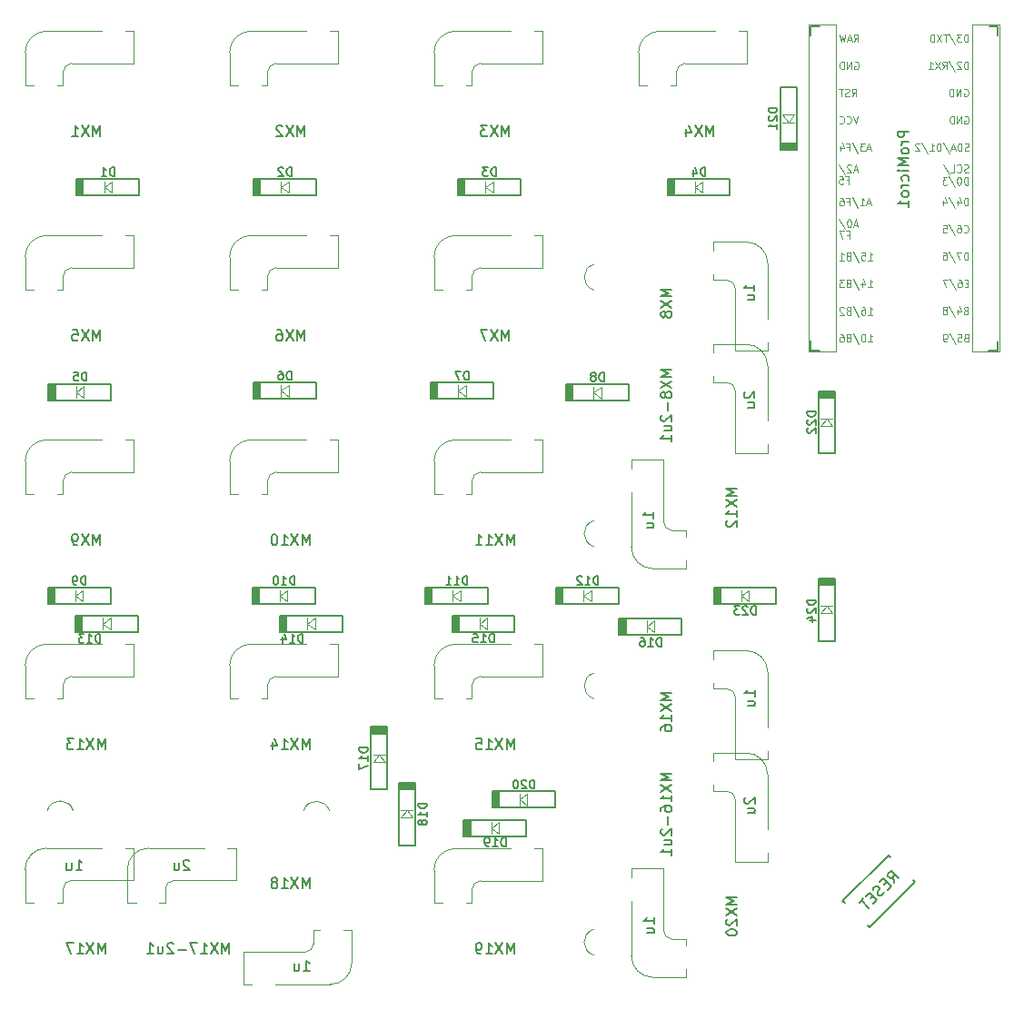
<source format=gbo>
%TF.GenerationSoftware,KiCad,Pcbnew,(5.99.0-12610-g07e01e6297)*%
%TF.CreationDate,2021-11-07T16:56:22+00:00*%
%TF.ProjectId,Envoy,456e766f-792e-46b6-9963-61645f706362,rev?*%
%TF.SameCoordinates,Original*%
%TF.FileFunction,Legend,Bot*%
%TF.FilePolarity,Positive*%
%FSLAX46Y46*%
G04 Gerber Fmt 4.6, Leading zero omitted, Abs format (unit mm)*
G04 Created by KiCad (PCBNEW (5.99.0-12610-g07e01e6297)) date 2021-11-07 16:56:22*
%MOMM*%
%LPD*%
G01*
G04 APERTURE LIST*
%ADD10C,0.150000*%
%ADD11C,0.125000*%
%ADD12C,0.120000*%
G04 APERTURE END LIST*
D10*
X171915880Y-120777083D02*
X171915880Y-120205654D01*
X171915880Y-120491369D02*
X170915880Y-120491369D01*
X171058738Y-120396130D01*
X171153976Y-120300892D01*
X171201595Y-120205654D01*
X171249214Y-121634226D02*
X171915880Y-121634226D01*
X171249214Y-121205654D02*
X171773023Y-121205654D01*
X171868261Y-121253273D01*
X171915880Y-121348511D01*
X171915880Y-121491369D01*
X171868261Y-121586607D01*
X171820642Y-121634226D01*
D11*
X191759126Y-73090285D02*
X191759126Y-72340285D01*
X191599602Y-72340285D01*
X191503888Y-72376000D01*
X191440078Y-72447428D01*
X191408173Y-72518857D01*
X191376269Y-72661714D01*
X191376269Y-72768857D01*
X191408173Y-72911714D01*
X191440078Y-72983142D01*
X191503888Y-73054571D01*
X191599602Y-73090285D01*
X191759126Y-73090285D01*
X190961507Y-72340285D02*
X190897697Y-72340285D01*
X190833888Y-72376000D01*
X190801983Y-72411714D01*
X190770078Y-72483142D01*
X190738173Y-72626000D01*
X190738173Y-72804571D01*
X190770078Y-72947428D01*
X190801983Y-73018857D01*
X190833888Y-73054571D01*
X190897697Y-73090285D01*
X190961507Y-73090285D01*
X191025316Y-73054571D01*
X191057221Y-73018857D01*
X191089126Y-72947428D01*
X191121030Y-72804571D01*
X191121030Y-72626000D01*
X191089126Y-72483142D01*
X191057221Y-72411714D01*
X191025316Y-72376000D01*
X190961507Y-72340285D01*
X189972459Y-72304571D02*
X190546745Y-73268857D01*
X189812935Y-72340285D02*
X189398173Y-72340285D01*
X189621507Y-72626000D01*
X189525792Y-72626000D01*
X189461983Y-72661714D01*
X189430078Y-72697428D01*
X189398173Y-72768857D01*
X189398173Y-72947428D01*
X189430078Y-73018857D01*
X189461983Y-73054571D01*
X189525792Y-73090285D01*
X189717221Y-73090285D01*
X189781030Y-73054571D01*
X189812935Y-73018857D01*
D10*
X119201595Y-136091369D02*
X119153976Y-136043750D01*
X119058738Y-135996130D01*
X118820642Y-135996130D01*
X118725404Y-136043750D01*
X118677785Y-136091369D01*
X118630166Y-136186607D01*
X118630166Y-136281845D01*
X118677785Y-136424702D01*
X119249214Y-136996130D01*
X118630166Y-136996130D01*
X117773023Y-136329464D02*
X117773023Y-136996130D01*
X118201595Y-136329464D02*
X118201595Y-136853273D01*
X118153976Y-136948511D01*
X118058738Y-136996130D01*
X117915880Y-136996130D01*
X117820642Y-136948511D01*
X117773023Y-136900892D01*
D11*
X180432873Y-72646428D02*
X180656207Y-72646428D01*
X180656207Y-73039285D02*
X180656207Y-72289285D01*
X180337159Y-72289285D01*
X179762873Y-72289285D02*
X180081921Y-72289285D01*
X180113826Y-72646428D01*
X180081921Y-72610714D01*
X180018111Y-72575000D01*
X179858588Y-72575000D01*
X179794778Y-72610714D01*
X179762873Y-72646428D01*
X179730969Y-72717857D01*
X179730969Y-72896428D01*
X179762873Y-72967857D01*
X179794778Y-73003571D01*
X179858588Y-73039285D01*
X180018111Y-73039285D01*
X180081921Y-73003571D01*
X180113826Y-72967857D01*
D10*
X162515880Y-141977083D02*
X162515880Y-141405654D01*
X162515880Y-141691369D02*
X161515880Y-141691369D01*
X161658738Y-141596130D01*
X161753976Y-141500892D01*
X161801595Y-141405654D01*
X161849214Y-142834226D02*
X162515880Y-142834226D01*
X161849214Y-142405654D02*
X162373023Y-142405654D01*
X162468261Y-142453273D01*
X162515880Y-142548511D01*
X162515880Y-142691369D01*
X162468261Y-142786607D01*
X162420642Y-142834226D01*
X162465880Y-104177083D02*
X162465880Y-103605654D01*
X162465880Y-103891369D02*
X161465880Y-103891369D01*
X161608738Y-103796130D01*
X161703976Y-103700892D01*
X161751595Y-103605654D01*
X161799214Y-105034226D02*
X162465880Y-105034226D01*
X161799214Y-104605654D02*
X162323023Y-104605654D01*
X162418261Y-104653273D01*
X162465880Y-104748511D01*
X162465880Y-104891369D01*
X162418261Y-104986607D01*
X162370642Y-105034226D01*
X129830166Y-146396130D02*
X130401595Y-146396130D01*
X130115880Y-146396130D02*
X130115880Y-145396130D01*
X130211119Y-145538988D01*
X130306357Y-145634226D01*
X130401595Y-145681845D01*
X128973023Y-145729464D02*
X128973023Y-146396130D01*
X129401595Y-145729464D02*
X129401595Y-146253273D01*
X129353976Y-146348511D01*
X129258738Y-146396130D01*
X129115880Y-146396130D01*
X129020642Y-146348511D01*
X128973023Y-146300892D01*
X171011119Y-130205654D02*
X170963500Y-130253273D01*
X170915880Y-130348511D01*
X170915880Y-130586607D01*
X170963500Y-130681845D01*
X171011119Y-130729464D01*
X171106357Y-130777083D01*
X171201595Y-130777083D01*
X171344452Y-130729464D01*
X171915880Y-130158035D01*
X171915880Y-130777083D01*
X171249214Y-131634226D02*
X171915880Y-131634226D01*
X171249214Y-131205654D02*
X171773023Y-131205654D01*
X171868261Y-131253273D01*
X171915880Y-131348511D01*
X171915880Y-131491369D01*
X171868261Y-131586607D01*
X171820642Y-131634226D01*
X170961119Y-92405654D02*
X170913500Y-92453273D01*
X170865880Y-92548511D01*
X170865880Y-92786607D01*
X170913500Y-92881845D01*
X170961119Y-92929464D01*
X171056357Y-92977083D01*
X171151595Y-92977083D01*
X171294452Y-92929464D01*
X171865880Y-92358035D01*
X171865880Y-92977083D01*
X171199214Y-93834226D02*
X171865880Y-93834226D01*
X171199214Y-93405654D02*
X171723023Y-93405654D01*
X171818261Y-93453273D01*
X171865880Y-93548511D01*
X171865880Y-93691369D01*
X171818261Y-93786607D01*
X171770642Y-93834226D01*
X108630166Y-136996130D02*
X109201595Y-136996130D01*
X108915880Y-136996130D02*
X108915880Y-135996130D01*
X109011119Y-136138988D01*
X109106357Y-136234226D01*
X109201595Y-136281845D01*
X107773023Y-136329464D02*
X107773023Y-136996130D01*
X108201595Y-136329464D02*
X108201595Y-136853273D01*
X108153976Y-136948511D01*
X108058738Y-136996130D01*
X107915880Y-136996130D01*
X107820642Y-136948511D01*
X107773023Y-136900892D01*
X171865880Y-82977083D02*
X171865880Y-82405654D01*
X171865880Y-82691369D02*
X170865880Y-82691369D01*
X171008738Y-82596130D01*
X171103976Y-82500892D01*
X171151595Y-82405654D01*
X171199214Y-83834226D02*
X171865880Y-83834226D01*
X171199214Y-83405654D02*
X171723023Y-83405654D01*
X171818261Y-83453273D01*
X171865880Y-83548511D01*
X171865880Y-83691369D01*
X171818261Y-83786607D01*
X171770642Y-83834226D01*
D11*
X180490673Y-77746428D02*
X180714007Y-77746428D01*
X180714007Y-78139285D02*
X180714007Y-77389285D01*
X180394959Y-77389285D01*
X180203530Y-77389285D02*
X179756864Y-77389285D01*
X180044007Y-78139285D01*
D10*
%TO.C,D1*%
X112215876Y-72261904D02*
X112215876Y-71461904D01*
X112025400Y-71461904D01*
X111911114Y-71500000D01*
X111834923Y-71576190D01*
X111796828Y-71652380D01*
X111758733Y-71804761D01*
X111758733Y-71919047D01*
X111796828Y-72071428D01*
X111834923Y-72147619D01*
X111911114Y-72223809D01*
X112025400Y-72261904D01*
X112215876Y-72261904D01*
X110996828Y-72261904D02*
X111453971Y-72261904D01*
X111225400Y-72261904D02*
X111225400Y-71461904D01*
X111301590Y-71576190D01*
X111377780Y-71652380D01*
X111453971Y-71690476D01*
%TO.C,D2*%
X128715876Y-72261904D02*
X128715876Y-71461904D01*
X128525400Y-71461904D01*
X128411114Y-71500000D01*
X128334923Y-71576190D01*
X128296828Y-71652380D01*
X128258733Y-71804761D01*
X128258733Y-71919047D01*
X128296828Y-72071428D01*
X128334923Y-72147619D01*
X128411114Y-72223809D01*
X128525400Y-72261904D01*
X128715876Y-72261904D01*
X127953971Y-71538095D02*
X127915876Y-71500000D01*
X127839685Y-71461904D01*
X127649209Y-71461904D01*
X127573019Y-71500000D01*
X127534923Y-71538095D01*
X127496828Y-71614285D01*
X127496828Y-71690476D01*
X127534923Y-71804761D01*
X127992066Y-72261904D01*
X127496828Y-72261904D01*
%TO.C,D3*%
X147766876Y-72261904D02*
X147766876Y-71461904D01*
X147576400Y-71461904D01*
X147462114Y-71500000D01*
X147385923Y-71576190D01*
X147347828Y-71652380D01*
X147309733Y-71804761D01*
X147309733Y-71919047D01*
X147347828Y-72071428D01*
X147385923Y-72147619D01*
X147462114Y-72223809D01*
X147576400Y-72261904D01*
X147766876Y-72261904D01*
X147043066Y-71461904D02*
X146547828Y-71461904D01*
X146814495Y-71766666D01*
X146700209Y-71766666D01*
X146624019Y-71804761D01*
X146585923Y-71842857D01*
X146547828Y-71919047D01*
X146547828Y-72109523D01*
X146585923Y-72185714D01*
X146624019Y-72223809D01*
X146700209Y-72261904D01*
X146928780Y-72261904D01*
X147004971Y-72223809D01*
X147043066Y-72185714D01*
%TO.C,D4*%
X167290876Y-72261904D02*
X167290876Y-71461904D01*
X167100400Y-71461904D01*
X166986114Y-71500000D01*
X166909923Y-71576190D01*
X166871828Y-71652380D01*
X166833733Y-71804761D01*
X166833733Y-71919047D01*
X166871828Y-72071428D01*
X166909923Y-72147619D01*
X166986114Y-72223809D01*
X167100400Y-72261904D01*
X167290876Y-72261904D01*
X166148019Y-71728571D02*
X166148019Y-72261904D01*
X166338495Y-71423809D02*
X166528971Y-71995238D01*
X166033733Y-71995238D01*
%TO.C,D5*%
X109615876Y-91361904D02*
X109615876Y-90561904D01*
X109425400Y-90561904D01*
X109311114Y-90600000D01*
X109234923Y-90676190D01*
X109196828Y-90752380D01*
X109158733Y-90904761D01*
X109158733Y-91019047D01*
X109196828Y-91171428D01*
X109234923Y-91247619D01*
X109311114Y-91323809D01*
X109425400Y-91361904D01*
X109615876Y-91361904D01*
X108434923Y-90561904D02*
X108815876Y-90561904D01*
X108853971Y-90942857D01*
X108815876Y-90904761D01*
X108739685Y-90866666D01*
X108549209Y-90866666D01*
X108473019Y-90904761D01*
X108434923Y-90942857D01*
X108396828Y-91019047D01*
X108396828Y-91209523D01*
X108434923Y-91285714D01*
X108473019Y-91323809D01*
X108549209Y-91361904D01*
X108739685Y-91361904D01*
X108815876Y-91323809D01*
X108853971Y-91285714D01*
%TO.C,D6*%
X128715876Y-91261904D02*
X128715876Y-90461904D01*
X128525400Y-90461904D01*
X128411114Y-90500000D01*
X128334923Y-90576190D01*
X128296828Y-90652380D01*
X128258733Y-90804761D01*
X128258733Y-90919047D01*
X128296828Y-91071428D01*
X128334923Y-91147619D01*
X128411114Y-91223809D01*
X128525400Y-91261904D01*
X128715876Y-91261904D01*
X127573019Y-90461904D02*
X127725400Y-90461904D01*
X127801590Y-90500000D01*
X127839685Y-90538095D01*
X127915876Y-90652380D01*
X127953971Y-90804761D01*
X127953971Y-91109523D01*
X127915876Y-91185714D01*
X127877780Y-91223809D01*
X127801590Y-91261904D01*
X127649209Y-91261904D01*
X127573019Y-91223809D01*
X127534923Y-91185714D01*
X127496828Y-91109523D01*
X127496828Y-90919047D01*
X127534923Y-90842857D01*
X127573019Y-90804761D01*
X127649209Y-90766666D01*
X127801590Y-90766666D01*
X127877780Y-90804761D01*
X127915876Y-90842857D01*
X127953971Y-90919047D01*
%TO.C,D7*%
X145229376Y-91261904D02*
X145229376Y-90461904D01*
X145038900Y-90461904D01*
X144924614Y-90500000D01*
X144848423Y-90576190D01*
X144810328Y-90652380D01*
X144772233Y-90804761D01*
X144772233Y-90919047D01*
X144810328Y-91071428D01*
X144848423Y-91147619D01*
X144924614Y-91223809D01*
X145038900Y-91261904D01*
X145229376Y-91261904D01*
X144505566Y-90461904D02*
X143972233Y-90461904D01*
X144315090Y-91261904D01*
%TO.C,D8*%
X157829376Y-91405654D02*
X157829376Y-90605654D01*
X157638900Y-90605654D01*
X157524614Y-90643750D01*
X157448423Y-90719940D01*
X157410328Y-90796130D01*
X157372233Y-90948511D01*
X157372233Y-91062797D01*
X157410328Y-91215178D01*
X157448423Y-91291369D01*
X157524614Y-91367559D01*
X157638900Y-91405654D01*
X157829376Y-91405654D01*
X156915090Y-90948511D02*
X156991280Y-90910416D01*
X157029376Y-90872321D01*
X157067471Y-90796130D01*
X157067471Y-90758035D01*
X157029376Y-90681845D01*
X156991280Y-90643750D01*
X156915090Y-90605654D01*
X156762709Y-90605654D01*
X156686519Y-90643750D01*
X156648423Y-90681845D01*
X156610328Y-90758035D01*
X156610328Y-90796130D01*
X156648423Y-90872321D01*
X156686519Y-90910416D01*
X156762709Y-90948511D01*
X156915090Y-90948511D01*
X156991280Y-90986607D01*
X157029376Y-91024702D01*
X157067471Y-91100892D01*
X157067471Y-91253273D01*
X157029376Y-91329464D01*
X156991280Y-91367559D01*
X156915090Y-91405654D01*
X156762709Y-91405654D01*
X156686519Y-91367559D01*
X156648423Y-91329464D01*
X156610328Y-91253273D01*
X156610328Y-91100892D01*
X156648423Y-91024702D01*
X156686519Y-90986607D01*
X156762709Y-90948511D01*
%TO.C,D9*%
X109527976Y-110361904D02*
X109527976Y-109561904D01*
X109337500Y-109561904D01*
X109223214Y-109600000D01*
X109147023Y-109676190D01*
X109108928Y-109752380D01*
X109070833Y-109904761D01*
X109070833Y-110019047D01*
X109108928Y-110171428D01*
X109147023Y-110247619D01*
X109223214Y-110323809D01*
X109337500Y-110361904D01*
X109527976Y-110361904D01*
X108689880Y-110361904D02*
X108537500Y-110361904D01*
X108461309Y-110323809D01*
X108423214Y-110285714D01*
X108347023Y-110171428D01*
X108308928Y-110019047D01*
X108308928Y-109714285D01*
X108347023Y-109638095D01*
X108385119Y-109600000D01*
X108461309Y-109561904D01*
X108613690Y-109561904D01*
X108689880Y-109600000D01*
X108727976Y-109638095D01*
X108766071Y-109714285D01*
X108766071Y-109904761D01*
X108727976Y-109980952D01*
X108689880Y-110019047D01*
X108613690Y-110057142D01*
X108461309Y-110057142D01*
X108385119Y-110019047D01*
X108347023Y-109980952D01*
X108308928Y-109904761D01*
%TO.C,D10*%
X128996828Y-110361904D02*
X128996828Y-109561904D01*
X128806352Y-109561904D01*
X128692066Y-109600000D01*
X128615876Y-109676190D01*
X128577780Y-109752380D01*
X128539685Y-109904761D01*
X128539685Y-110019047D01*
X128577780Y-110171428D01*
X128615876Y-110247619D01*
X128692066Y-110323809D01*
X128806352Y-110361904D01*
X128996828Y-110361904D01*
X127777780Y-110361904D02*
X128234923Y-110361904D01*
X128006352Y-110361904D02*
X128006352Y-109561904D01*
X128082542Y-109676190D01*
X128158733Y-109752380D01*
X128234923Y-109790476D01*
X127282542Y-109561904D02*
X127206352Y-109561904D01*
X127130161Y-109600000D01*
X127092066Y-109638095D01*
X127053971Y-109714285D01*
X127015876Y-109866666D01*
X127015876Y-110057142D01*
X127053971Y-110209523D01*
X127092066Y-110285714D01*
X127130161Y-110323809D01*
X127206352Y-110361904D01*
X127282542Y-110361904D01*
X127358733Y-110323809D01*
X127396828Y-110285714D01*
X127434923Y-110209523D01*
X127473019Y-110057142D01*
X127473019Y-109866666D01*
X127434923Y-109714285D01*
X127396828Y-109638095D01*
X127358733Y-109600000D01*
X127282542Y-109561904D01*
%TO.C,D11*%
X145096828Y-110361904D02*
X145096828Y-109561904D01*
X144906352Y-109561904D01*
X144792066Y-109600000D01*
X144715876Y-109676190D01*
X144677780Y-109752380D01*
X144639685Y-109904761D01*
X144639685Y-110019047D01*
X144677780Y-110171428D01*
X144715876Y-110247619D01*
X144792066Y-110323809D01*
X144906352Y-110361904D01*
X145096828Y-110361904D01*
X143877780Y-110361904D02*
X144334923Y-110361904D01*
X144106352Y-110361904D02*
X144106352Y-109561904D01*
X144182542Y-109676190D01*
X144258733Y-109752380D01*
X144334923Y-109790476D01*
X143115876Y-110361904D02*
X143573019Y-110361904D01*
X143344447Y-110361904D02*
X143344447Y-109561904D01*
X143420638Y-109676190D01*
X143496828Y-109752380D01*
X143573019Y-109790476D01*
%TO.C,D12*%
X157296828Y-110361904D02*
X157296828Y-109561904D01*
X157106352Y-109561904D01*
X156992066Y-109600000D01*
X156915876Y-109676190D01*
X156877780Y-109752380D01*
X156839685Y-109904761D01*
X156839685Y-110019047D01*
X156877780Y-110171428D01*
X156915876Y-110247619D01*
X156992066Y-110323809D01*
X157106352Y-110361904D01*
X157296828Y-110361904D01*
X156077780Y-110361904D02*
X156534923Y-110361904D01*
X156306352Y-110361904D02*
X156306352Y-109561904D01*
X156382542Y-109676190D01*
X156458733Y-109752380D01*
X156534923Y-109790476D01*
X155773019Y-109638095D02*
X155734923Y-109600000D01*
X155658733Y-109561904D01*
X155468257Y-109561904D01*
X155392066Y-109600000D01*
X155353971Y-109638095D01*
X155315876Y-109714285D01*
X155315876Y-109790476D01*
X155353971Y-109904761D01*
X155811114Y-110361904D01*
X155315876Y-110361904D01*
%TO.C,D15*%
X147596828Y-115755654D02*
X147596828Y-114955654D01*
X147406352Y-114955654D01*
X147292066Y-114993750D01*
X147215876Y-115069940D01*
X147177780Y-115146130D01*
X147139685Y-115298511D01*
X147139685Y-115412797D01*
X147177780Y-115565178D01*
X147215876Y-115641369D01*
X147292066Y-115717559D01*
X147406352Y-115755654D01*
X147596828Y-115755654D01*
X146377780Y-115755654D02*
X146834923Y-115755654D01*
X146606352Y-115755654D02*
X146606352Y-114955654D01*
X146682542Y-115069940D01*
X146758733Y-115146130D01*
X146834923Y-115184226D01*
X145653971Y-114955654D02*
X146034923Y-114955654D01*
X146073019Y-115336607D01*
X146034923Y-115298511D01*
X145958733Y-115260416D01*
X145768257Y-115260416D01*
X145692066Y-115298511D01*
X145653971Y-115336607D01*
X145615876Y-115412797D01*
X145615876Y-115603273D01*
X145653971Y-115679464D01*
X145692066Y-115717559D01*
X145768257Y-115755654D01*
X145958733Y-115755654D01*
X146034923Y-115717559D01*
X146073019Y-115679464D01*
%TO.C,D17*%
X135825404Y-125572321D02*
X135025404Y-125572321D01*
X135025404Y-125762797D01*
X135063500Y-125877083D01*
X135139690Y-125953273D01*
X135215880Y-125991369D01*
X135368261Y-126029464D01*
X135482547Y-126029464D01*
X135634928Y-125991369D01*
X135711119Y-125953273D01*
X135787309Y-125877083D01*
X135825404Y-125762797D01*
X135825404Y-125572321D01*
X135825404Y-126791369D02*
X135825404Y-126334226D01*
X135825404Y-126562797D02*
X135025404Y-126562797D01*
X135139690Y-126486607D01*
X135215880Y-126410416D01*
X135253976Y-126334226D01*
X135025404Y-127058035D02*
X135025404Y-127591369D01*
X135825404Y-127248511D01*
%TO.C,D18*%
X141325404Y-130772321D02*
X140525404Y-130772321D01*
X140525404Y-130962797D01*
X140563500Y-131077083D01*
X140639690Y-131153273D01*
X140715880Y-131191369D01*
X140868261Y-131229464D01*
X140982547Y-131229464D01*
X141134928Y-131191369D01*
X141211119Y-131153273D01*
X141287309Y-131077083D01*
X141325404Y-130962797D01*
X141325404Y-130772321D01*
X141325404Y-131991369D02*
X141325404Y-131534226D01*
X141325404Y-131762797D02*
X140525404Y-131762797D01*
X140639690Y-131686607D01*
X140715880Y-131610416D01*
X140753976Y-131534226D01*
X140868261Y-132448511D02*
X140830166Y-132372321D01*
X140792071Y-132334226D01*
X140715880Y-132296130D01*
X140677785Y-132296130D01*
X140601595Y-132334226D01*
X140563500Y-132372321D01*
X140525404Y-132448511D01*
X140525404Y-132600892D01*
X140563500Y-132677083D01*
X140601595Y-132715178D01*
X140677785Y-132753273D01*
X140715880Y-132753273D01*
X140792071Y-132715178D01*
X140830166Y-132677083D01*
X140868261Y-132600892D01*
X140868261Y-132448511D01*
X140906357Y-132372321D01*
X140944452Y-132334226D01*
X141020642Y-132296130D01*
X141173023Y-132296130D01*
X141249214Y-132334226D01*
X141287309Y-132372321D01*
X141325404Y-132448511D01*
X141325404Y-132600892D01*
X141287309Y-132677083D01*
X141249214Y-132715178D01*
X141173023Y-132753273D01*
X141020642Y-132753273D01*
X140944452Y-132715178D01*
X140906357Y-132677083D01*
X140868261Y-132600892D01*
%TO.C,D22*%
X177555654Y-94228571D02*
X176755654Y-94228571D01*
X176755654Y-94419047D01*
X176793750Y-94533333D01*
X176869940Y-94609523D01*
X176946130Y-94647619D01*
X177098511Y-94685714D01*
X177212797Y-94685714D01*
X177365178Y-94647619D01*
X177441369Y-94609523D01*
X177517559Y-94533333D01*
X177555654Y-94419047D01*
X177555654Y-94228571D01*
X176831845Y-94990476D02*
X176793750Y-95028571D01*
X176755654Y-95104761D01*
X176755654Y-95295238D01*
X176793750Y-95371428D01*
X176831845Y-95409523D01*
X176908035Y-95447619D01*
X176984226Y-95447619D01*
X177098511Y-95409523D01*
X177555654Y-94952380D01*
X177555654Y-95447619D01*
X176831845Y-95752380D02*
X176793750Y-95790476D01*
X176755654Y-95866666D01*
X176755654Y-96057142D01*
X176793750Y-96133333D01*
X176831845Y-96171428D01*
X176908035Y-96209523D01*
X176984226Y-96209523D01*
X177098511Y-96171428D01*
X177555654Y-95714285D01*
X177555654Y-96209523D01*
%TO.C,MX1*%
X110874214Y-68569130D02*
X110874214Y-67569130D01*
X110540880Y-68283416D01*
X110207547Y-67569130D01*
X110207547Y-68569130D01*
X109826595Y-67569130D02*
X109159928Y-68569130D01*
X109159928Y-67569130D02*
X109826595Y-68569130D01*
X108255166Y-68569130D02*
X108826595Y-68569130D01*
X108540880Y-68569130D02*
X108540880Y-67569130D01*
X108636119Y-67711988D01*
X108731357Y-67807226D01*
X108826595Y-67854845D01*
%TO.C,MX2*%
X129924214Y-68569130D02*
X129924214Y-67569130D01*
X129590880Y-68283416D01*
X129257547Y-67569130D01*
X129257547Y-68569130D01*
X128876595Y-67569130D02*
X128209928Y-68569130D01*
X128209928Y-67569130D02*
X128876595Y-68569130D01*
X127876595Y-67664369D02*
X127828976Y-67616750D01*
X127733738Y-67569130D01*
X127495642Y-67569130D01*
X127400404Y-67616750D01*
X127352785Y-67664369D01*
X127305166Y-67759607D01*
X127305166Y-67854845D01*
X127352785Y-67997702D01*
X127924214Y-68569130D01*
X127305166Y-68569130D01*
%TO.C,MX3*%
X148974214Y-68569130D02*
X148974214Y-67569130D01*
X148640880Y-68283416D01*
X148307547Y-67569130D01*
X148307547Y-68569130D01*
X147926595Y-67569130D02*
X147259928Y-68569130D01*
X147259928Y-67569130D02*
X147926595Y-68569130D01*
X146974214Y-67569130D02*
X146355166Y-67569130D01*
X146688500Y-67950083D01*
X146545642Y-67950083D01*
X146450404Y-67997702D01*
X146402785Y-68045321D01*
X146355166Y-68140559D01*
X146355166Y-68378654D01*
X146402785Y-68473892D01*
X146450404Y-68521511D01*
X146545642Y-68569130D01*
X146831357Y-68569130D01*
X146926595Y-68521511D01*
X146974214Y-68473892D01*
%TO.C,MX4*%
X168024214Y-68569130D02*
X168024214Y-67569130D01*
X167690880Y-68283416D01*
X167357547Y-67569130D01*
X167357547Y-68569130D01*
X166976595Y-67569130D02*
X166309928Y-68569130D01*
X166309928Y-67569130D02*
X166976595Y-68569130D01*
X165500404Y-67902464D02*
X165500404Y-68569130D01*
X165738500Y-67521511D02*
X165976595Y-68235797D01*
X165357547Y-68235797D01*
%TO.C,MX5*%
X110874214Y-87619130D02*
X110874214Y-86619130D01*
X110540880Y-87333416D01*
X110207547Y-86619130D01*
X110207547Y-87619130D01*
X109826595Y-86619130D02*
X109159928Y-87619130D01*
X109159928Y-86619130D02*
X109826595Y-87619130D01*
X108302785Y-86619130D02*
X108778976Y-86619130D01*
X108826595Y-87095321D01*
X108778976Y-87047702D01*
X108683738Y-87000083D01*
X108445642Y-87000083D01*
X108350404Y-87047702D01*
X108302785Y-87095321D01*
X108255166Y-87190559D01*
X108255166Y-87428654D01*
X108302785Y-87523892D01*
X108350404Y-87571511D01*
X108445642Y-87619130D01*
X108683738Y-87619130D01*
X108778976Y-87571511D01*
X108826595Y-87523892D01*
%TO.C,MX7*%
X148974214Y-87619130D02*
X148974214Y-86619130D01*
X148640880Y-87333416D01*
X148307547Y-86619130D01*
X148307547Y-87619130D01*
X147926595Y-86619130D02*
X147259928Y-87619130D01*
X147259928Y-86619130D02*
X147926595Y-87619130D01*
X146974214Y-86619130D02*
X146307547Y-86619130D01*
X146736119Y-87619130D01*
%TO.C,MX8*%
X164142880Y-82833035D02*
X163142880Y-82833035D01*
X163857166Y-83166369D01*
X163142880Y-83499702D01*
X164142880Y-83499702D01*
X163142880Y-83880654D02*
X164142880Y-84547321D01*
X163142880Y-84547321D02*
X164142880Y-83880654D01*
X163571452Y-85071130D02*
X163523833Y-84975892D01*
X163476214Y-84928273D01*
X163380976Y-84880654D01*
X163333357Y-84880654D01*
X163238119Y-84928273D01*
X163190500Y-84975892D01*
X163142880Y-85071130D01*
X163142880Y-85261607D01*
X163190500Y-85356845D01*
X163238119Y-85404464D01*
X163333357Y-85452083D01*
X163380976Y-85452083D01*
X163476214Y-85404464D01*
X163523833Y-85356845D01*
X163571452Y-85261607D01*
X163571452Y-85071130D01*
X163619071Y-84975892D01*
X163666690Y-84928273D01*
X163761928Y-84880654D01*
X163952404Y-84880654D01*
X164047642Y-84928273D01*
X164095261Y-84975892D01*
X164142880Y-85071130D01*
X164142880Y-85261607D01*
X164095261Y-85356845D01*
X164047642Y-85404464D01*
X163952404Y-85452083D01*
X163761928Y-85452083D01*
X163666690Y-85404464D01*
X163619071Y-85356845D01*
X163571452Y-85261607D01*
%TO.C,MX9*%
X110874214Y-106669130D02*
X110874214Y-105669130D01*
X110540880Y-106383416D01*
X110207547Y-105669130D01*
X110207547Y-106669130D01*
X109826595Y-105669130D02*
X109159928Y-106669130D01*
X109159928Y-105669130D02*
X109826595Y-106669130D01*
X108731357Y-106669130D02*
X108540880Y-106669130D01*
X108445642Y-106621511D01*
X108398023Y-106573892D01*
X108302785Y-106431035D01*
X108255166Y-106240559D01*
X108255166Y-105859607D01*
X108302785Y-105764369D01*
X108350404Y-105716750D01*
X108445642Y-105669130D01*
X108636119Y-105669130D01*
X108731357Y-105716750D01*
X108778976Y-105764369D01*
X108826595Y-105859607D01*
X108826595Y-106097702D01*
X108778976Y-106192940D01*
X108731357Y-106240559D01*
X108636119Y-106288178D01*
X108445642Y-106288178D01*
X108350404Y-106240559D01*
X108302785Y-106192940D01*
X108255166Y-106097702D01*
%TO.C,MX10*%
X130400404Y-106669130D02*
X130400404Y-105669130D01*
X130067071Y-106383416D01*
X129733738Y-105669130D01*
X129733738Y-106669130D01*
X129352785Y-105669130D02*
X128686119Y-106669130D01*
X128686119Y-105669130D02*
X129352785Y-106669130D01*
X127781357Y-106669130D02*
X128352785Y-106669130D01*
X128067071Y-106669130D02*
X128067071Y-105669130D01*
X128162309Y-105811988D01*
X128257547Y-105907226D01*
X128352785Y-105954845D01*
X127162309Y-105669130D02*
X127067071Y-105669130D01*
X126971833Y-105716750D01*
X126924214Y-105764369D01*
X126876595Y-105859607D01*
X126828976Y-106050083D01*
X126828976Y-106288178D01*
X126876595Y-106478654D01*
X126924214Y-106573892D01*
X126971833Y-106621511D01*
X127067071Y-106669130D01*
X127162309Y-106669130D01*
X127257547Y-106621511D01*
X127305166Y-106573892D01*
X127352785Y-106478654D01*
X127400404Y-106288178D01*
X127400404Y-106050083D01*
X127352785Y-105859607D01*
X127305166Y-105764369D01*
X127257547Y-105716750D01*
X127162309Y-105669130D01*
%TO.C,MX11*%
X149450404Y-106669130D02*
X149450404Y-105669130D01*
X149117071Y-106383416D01*
X148783738Y-105669130D01*
X148783738Y-106669130D01*
X148402785Y-105669130D02*
X147736119Y-106669130D01*
X147736119Y-105669130D02*
X148402785Y-106669130D01*
X146831357Y-106669130D02*
X147402785Y-106669130D01*
X147117071Y-106669130D02*
X147117071Y-105669130D01*
X147212309Y-105811988D01*
X147307547Y-105907226D01*
X147402785Y-105954845D01*
X145878976Y-106669130D02*
X146450404Y-106669130D01*
X146164690Y-106669130D02*
X146164690Y-105669130D01*
X146259928Y-105811988D01*
X146355166Y-105907226D01*
X146450404Y-105954845D01*
%TO.C,MX12*%
X170238880Y-101406845D02*
X169238880Y-101406845D01*
X169953166Y-101740178D01*
X169238880Y-102073511D01*
X170238880Y-102073511D01*
X169238880Y-102454464D02*
X170238880Y-103121130D01*
X169238880Y-103121130D02*
X170238880Y-102454464D01*
X170238880Y-104025892D02*
X170238880Y-103454464D01*
X170238880Y-103740178D02*
X169238880Y-103740178D01*
X169381738Y-103644940D01*
X169476976Y-103549702D01*
X169524595Y-103454464D01*
X169334119Y-104406845D02*
X169286500Y-104454464D01*
X169238880Y-104549702D01*
X169238880Y-104787797D01*
X169286500Y-104883035D01*
X169334119Y-104930654D01*
X169429357Y-104978273D01*
X169524595Y-104978273D01*
X169667452Y-104930654D01*
X170238880Y-104359226D01*
X170238880Y-104978273D01*
%TO.C,MX13*%
X111350404Y-125719130D02*
X111350404Y-124719130D01*
X111017071Y-125433416D01*
X110683738Y-124719130D01*
X110683738Y-125719130D01*
X110302785Y-124719130D02*
X109636119Y-125719130D01*
X109636119Y-124719130D02*
X110302785Y-125719130D01*
X108731357Y-125719130D02*
X109302785Y-125719130D01*
X109017071Y-125719130D02*
X109017071Y-124719130D01*
X109112309Y-124861988D01*
X109207547Y-124957226D01*
X109302785Y-125004845D01*
X108398023Y-124719130D02*
X107778976Y-124719130D01*
X108112309Y-125100083D01*
X107969452Y-125100083D01*
X107874214Y-125147702D01*
X107826595Y-125195321D01*
X107778976Y-125290559D01*
X107778976Y-125528654D01*
X107826595Y-125623892D01*
X107874214Y-125671511D01*
X107969452Y-125719130D01*
X108255166Y-125719130D01*
X108350404Y-125671511D01*
X108398023Y-125623892D01*
%TO.C,MX15*%
X149450404Y-125719130D02*
X149450404Y-124719130D01*
X149117071Y-125433416D01*
X148783738Y-124719130D01*
X148783738Y-125719130D01*
X148402785Y-124719130D02*
X147736119Y-125719130D01*
X147736119Y-124719130D02*
X148402785Y-125719130D01*
X146831357Y-125719130D02*
X147402785Y-125719130D01*
X147117071Y-125719130D02*
X147117071Y-124719130D01*
X147212309Y-124861988D01*
X147307547Y-124957226D01*
X147402785Y-125004845D01*
X145926595Y-124719130D02*
X146402785Y-124719130D01*
X146450404Y-125195321D01*
X146402785Y-125147702D01*
X146307547Y-125100083D01*
X146069452Y-125100083D01*
X145974214Y-125147702D01*
X145926595Y-125195321D01*
X145878976Y-125290559D01*
X145878976Y-125528654D01*
X145926595Y-125623892D01*
X145974214Y-125671511D01*
X146069452Y-125719130D01*
X146307547Y-125719130D01*
X146402785Y-125671511D01*
X146450404Y-125623892D01*
%TO.C,MX16*%
X164142880Y-120456845D02*
X163142880Y-120456845D01*
X163857166Y-120790178D01*
X163142880Y-121123511D01*
X164142880Y-121123511D01*
X163142880Y-121504464D02*
X164142880Y-122171130D01*
X163142880Y-122171130D02*
X164142880Y-121504464D01*
X164142880Y-123075892D02*
X164142880Y-122504464D01*
X164142880Y-122790178D02*
X163142880Y-122790178D01*
X163285738Y-122694940D01*
X163380976Y-122599702D01*
X163428595Y-122504464D01*
X163142880Y-123933035D02*
X163142880Y-123742559D01*
X163190500Y-123647321D01*
X163238119Y-123599702D01*
X163380976Y-123504464D01*
X163571452Y-123456845D01*
X163952404Y-123456845D01*
X164047642Y-123504464D01*
X164095261Y-123552083D01*
X164142880Y-123647321D01*
X164142880Y-123837797D01*
X164095261Y-123933035D01*
X164047642Y-123980654D01*
X163952404Y-124028273D01*
X163714309Y-124028273D01*
X163619071Y-123980654D01*
X163571452Y-123933035D01*
X163523833Y-123837797D01*
X163523833Y-123647321D01*
X163571452Y-123552083D01*
X163619071Y-123504464D01*
X163714309Y-123456845D01*
%TO.C,MX17*%
X111350404Y-144769130D02*
X111350404Y-143769130D01*
X111017071Y-144483416D01*
X110683738Y-143769130D01*
X110683738Y-144769130D01*
X110302785Y-143769130D02*
X109636119Y-144769130D01*
X109636119Y-143769130D02*
X110302785Y-144769130D01*
X108731357Y-144769130D02*
X109302785Y-144769130D01*
X109017071Y-144769130D02*
X109017071Y-143769130D01*
X109112309Y-143911988D01*
X109207547Y-144007226D01*
X109302785Y-144054845D01*
X108398023Y-143769130D02*
X107731357Y-143769130D01*
X108159928Y-144769130D01*
%TO.C,MX18*%
X130400404Y-138673130D02*
X130400404Y-137673130D01*
X130067071Y-138387416D01*
X129733738Y-137673130D01*
X129733738Y-138673130D01*
X129352785Y-137673130D02*
X128686119Y-138673130D01*
X128686119Y-137673130D02*
X129352785Y-138673130D01*
X127781357Y-138673130D02*
X128352785Y-138673130D01*
X128067071Y-138673130D02*
X128067071Y-137673130D01*
X128162309Y-137815988D01*
X128257547Y-137911226D01*
X128352785Y-137958845D01*
X127209928Y-138101702D02*
X127305166Y-138054083D01*
X127352785Y-138006464D01*
X127400404Y-137911226D01*
X127400404Y-137863607D01*
X127352785Y-137768369D01*
X127305166Y-137720750D01*
X127209928Y-137673130D01*
X127019452Y-137673130D01*
X126924214Y-137720750D01*
X126876595Y-137768369D01*
X126828976Y-137863607D01*
X126828976Y-137911226D01*
X126876595Y-138006464D01*
X126924214Y-138054083D01*
X127019452Y-138101702D01*
X127209928Y-138101702D01*
X127305166Y-138149321D01*
X127352785Y-138196940D01*
X127400404Y-138292178D01*
X127400404Y-138482654D01*
X127352785Y-138577892D01*
X127305166Y-138625511D01*
X127209928Y-138673130D01*
X127019452Y-138673130D01*
X126924214Y-138625511D01*
X126876595Y-138577892D01*
X126828976Y-138482654D01*
X126828976Y-138292178D01*
X126876595Y-138196940D01*
X126924214Y-138149321D01*
X127019452Y-138101702D01*
%TO.C,MX20*%
X170238880Y-139506845D02*
X169238880Y-139506845D01*
X169953166Y-139840178D01*
X169238880Y-140173511D01*
X170238880Y-140173511D01*
X169238880Y-140554464D02*
X170238880Y-141221130D01*
X169238880Y-141221130D02*
X170238880Y-140554464D01*
X169334119Y-141554464D02*
X169286500Y-141602083D01*
X169238880Y-141697321D01*
X169238880Y-141935416D01*
X169286500Y-142030654D01*
X169334119Y-142078273D01*
X169429357Y-142125892D01*
X169524595Y-142125892D01*
X169667452Y-142078273D01*
X170238880Y-141506845D01*
X170238880Y-142125892D01*
X169238880Y-142744940D02*
X169238880Y-142840178D01*
X169286500Y-142935416D01*
X169334119Y-142983035D01*
X169429357Y-143030654D01*
X169619833Y-143078273D01*
X169857928Y-143078273D01*
X170048404Y-143030654D01*
X170143642Y-142983035D01*
X170191261Y-142935416D01*
X170238880Y-142840178D01*
X170238880Y-142744940D01*
X170191261Y-142649702D01*
X170143642Y-142602083D01*
X170048404Y-142554464D01*
X169857928Y-142506845D01*
X169619833Y-142506845D01*
X169429357Y-142554464D01*
X169334119Y-142602083D01*
X169286500Y-142649702D01*
X169238880Y-142744940D01*
%TO.C,MX19*%
X149450404Y-144769130D02*
X149450404Y-143769130D01*
X149117071Y-144483416D01*
X148783738Y-143769130D01*
X148783738Y-144769130D01*
X148402785Y-143769130D02*
X147736119Y-144769130D01*
X147736119Y-143769130D02*
X148402785Y-144769130D01*
X146831357Y-144769130D02*
X147402785Y-144769130D01*
X147117071Y-144769130D02*
X147117071Y-143769130D01*
X147212309Y-143911988D01*
X147307547Y-144007226D01*
X147402785Y-144054845D01*
X146355166Y-144769130D02*
X146164690Y-144769130D01*
X146069452Y-144721511D01*
X146021833Y-144673892D01*
X145926595Y-144531035D01*
X145878976Y-144340559D01*
X145878976Y-143959607D01*
X145926595Y-143864369D01*
X145974214Y-143816750D01*
X146069452Y-143769130D01*
X146259928Y-143769130D01*
X146355166Y-143816750D01*
X146402785Y-143864369D01*
X146450404Y-143959607D01*
X146450404Y-144197702D01*
X146402785Y-144292940D01*
X146355166Y-144340559D01*
X146259928Y-144388178D01*
X146069452Y-144388178D01*
X145974214Y-144340559D01*
X145926595Y-144292940D01*
X145878976Y-144197702D01*
%TO.C,MX16-2u1*%
X164142880Y-127958035D02*
X163142880Y-127958035D01*
X163857166Y-128291369D01*
X163142880Y-128624702D01*
X164142880Y-128624702D01*
X163142880Y-129005654D02*
X164142880Y-129672321D01*
X163142880Y-129672321D02*
X164142880Y-129005654D01*
X164142880Y-130577083D02*
X164142880Y-130005654D01*
X164142880Y-130291369D02*
X163142880Y-130291369D01*
X163285738Y-130196130D01*
X163380976Y-130100892D01*
X163428595Y-130005654D01*
X163142880Y-131434226D02*
X163142880Y-131243750D01*
X163190500Y-131148511D01*
X163238119Y-131100892D01*
X163380976Y-131005654D01*
X163571452Y-130958035D01*
X163952404Y-130958035D01*
X164047642Y-131005654D01*
X164095261Y-131053273D01*
X164142880Y-131148511D01*
X164142880Y-131338988D01*
X164095261Y-131434226D01*
X164047642Y-131481845D01*
X163952404Y-131529464D01*
X163714309Y-131529464D01*
X163619071Y-131481845D01*
X163571452Y-131434226D01*
X163523833Y-131338988D01*
X163523833Y-131148511D01*
X163571452Y-131053273D01*
X163619071Y-131005654D01*
X163714309Y-130958035D01*
X163761928Y-131958035D02*
X163761928Y-132719940D01*
X163238119Y-133148511D02*
X163190500Y-133196130D01*
X163142880Y-133291369D01*
X163142880Y-133529464D01*
X163190500Y-133624702D01*
X163238119Y-133672321D01*
X163333357Y-133719940D01*
X163428595Y-133719940D01*
X163571452Y-133672321D01*
X164142880Y-133100892D01*
X164142880Y-133719940D01*
X163476214Y-134577083D02*
X164142880Y-134577083D01*
X163476214Y-134148511D02*
X164000023Y-134148511D01*
X164095261Y-134196130D01*
X164142880Y-134291369D01*
X164142880Y-134434226D01*
X164095261Y-134529464D01*
X164047642Y-134577083D01*
X164142880Y-135577083D02*
X164142880Y-135005654D01*
X164142880Y-135291369D02*
X163142880Y-135291369D01*
X163285738Y-135196130D01*
X163380976Y-135100892D01*
X163428595Y-135005654D01*
%TO.C,MX17-2u1*%
X122899214Y-144769130D02*
X122899214Y-143769130D01*
X122565880Y-144483416D01*
X122232547Y-143769130D01*
X122232547Y-144769130D01*
X121851595Y-143769130D02*
X121184928Y-144769130D01*
X121184928Y-143769130D02*
X121851595Y-144769130D01*
X120280166Y-144769130D02*
X120851595Y-144769130D01*
X120565880Y-144769130D02*
X120565880Y-143769130D01*
X120661119Y-143911988D01*
X120756357Y-144007226D01*
X120851595Y-144054845D01*
X119946833Y-143769130D02*
X119280166Y-143769130D01*
X119708738Y-144769130D01*
X118899214Y-144388178D02*
X118137309Y-144388178D01*
X117708738Y-143864369D02*
X117661119Y-143816750D01*
X117565880Y-143769130D01*
X117327785Y-143769130D01*
X117232547Y-143816750D01*
X117184928Y-143864369D01*
X117137309Y-143959607D01*
X117137309Y-144054845D01*
X117184928Y-144197702D01*
X117756357Y-144769130D01*
X117137309Y-144769130D01*
X116280166Y-144102464D02*
X116280166Y-144769130D01*
X116708738Y-144102464D02*
X116708738Y-144626273D01*
X116661119Y-144721511D01*
X116565880Y-144769130D01*
X116423023Y-144769130D01*
X116327785Y-144721511D01*
X116280166Y-144673892D01*
X115280166Y-144769130D02*
X115851595Y-144769130D01*
X115565880Y-144769130D02*
X115565880Y-143769130D01*
X115661119Y-143911988D01*
X115756357Y-144007226D01*
X115851595Y-144054845D01*
%TO.C,MX8-2u1*%
X164142880Y-90334226D02*
X163142880Y-90334226D01*
X163857166Y-90667559D01*
X163142880Y-91000892D01*
X164142880Y-91000892D01*
X163142880Y-91381845D02*
X164142880Y-92048511D01*
X163142880Y-92048511D02*
X164142880Y-91381845D01*
X163571452Y-92572321D02*
X163523833Y-92477083D01*
X163476214Y-92429464D01*
X163380976Y-92381845D01*
X163333357Y-92381845D01*
X163238119Y-92429464D01*
X163190500Y-92477083D01*
X163142880Y-92572321D01*
X163142880Y-92762797D01*
X163190500Y-92858035D01*
X163238119Y-92905654D01*
X163333357Y-92953273D01*
X163380976Y-92953273D01*
X163476214Y-92905654D01*
X163523833Y-92858035D01*
X163571452Y-92762797D01*
X163571452Y-92572321D01*
X163619071Y-92477083D01*
X163666690Y-92429464D01*
X163761928Y-92381845D01*
X163952404Y-92381845D01*
X164047642Y-92429464D01*
X164095261Y-92477083D01*
X164142880Y-92572321D01*
X164142880Y-92762797D01*
X164095261Y-92858035D01*
X164047642Y-92905654D01*
X163952404Y-92953273D01*
X163761928Y-92953273D01*
X163666690Y-92905654D01*
X163619071Y-92858035D01*
X163571452Y-92762797D01*
X163761928Y-93381845D02*
X163761928Y-94143750D01*
X163238119Y-94572321D02*
X163190500Y-94619940D01*
X163142880Y-94715178D01*
X163142880Y-94953273D01*
X163190500Y-95048511D01*
X163238119Y-95096130D01*
X163333357Y-95143750D01*
X163428595Y-95143750D01*
X163571452Y-95096130D01*
X164142880Y-94524702D01*
X164142880Y-95143750D01*
X163476214Y-96000892D02*
X164142880Y-96000892D01*
X163476214Y-95572321D02*
X164000023Y-95572321D01*
X164095261Y-95619940D01*
X164142880Y-95715178D01*
X164142880Y-95858035D01*
X164095261Y-95953273D01*
X164047642Y-96000892D01*
X164142880Y-97000892D02*
X164142880Y-96429464D01*
X164142880Y-96715178D02*
X163142880Y-96715178D01*
X163285738Y-96619940D01*
X163380976Y-96524702D01*
X163428595Y-96429464D01*
%TO.C,MX6*%
X129924214Y-87619130D02*
X129924214Y-86619130D01*
X129590880Y-87333416D01*
X129257547Y-86619130D01*
X129257547Y-87619130D01*
X128876595Y-86619130D02*
X128209928Y-87619130D01*
X128209928Y-86619130D02*
X128876595Y-87619130D01*
X127400404Y-86619130D02*
X127590880Y-86619130D01*
X127686119Y-86666750D01*
X127733738Y-86714369D01*
X127828976Y-86857226D01*
X127876595Y-87047702D01*
X127876595Y-87428654D01*
X127828976Y-87523892D01*
X127781357Y-87571511D01*
X127686119Y-87619130D01*
X127495642Y-87619130D01*
X127400404Y-87571511D01*
X127352785Y-87523892D01*
X127305166Y-87428654D01*
X127305166Y-87190559D01*
X127352785Y-87095321D01*
X127400404Y-87047702D01*
X127495642Y-87000083D01*
X127686119Y-87000083D01*
X127781357Y-87047702D01*
X127828976Y-87095321D01*
X127876595Y-87190559D01*
%TO.C,D13*%
X110871428Y-115761904D02*
X110871428Y-114961904D01*
X110680952Y-114961904D01*
X110566666Y-115000000D01*
X110490476Y-115076190D01*
X110452380Y-115152380D01*
X110414285Y-115304761D01*
X110414285Y-115419047D01*
X110452380Y-115571428D01*
X110490476Y-115647619D01*
X110566666Y-115723809D01*
X110680952Y-115761904D01*
X110871428Y-115761904D01*
X109652380Y-115761904D02*
X110109523Y-115761904D01*
X109880952Y-115761904D02*
X109880952Y-114961904D01*
X109957142Y-115076190D01*
X110033333Y-115152380D01*
X110109523Y-115190476D01*
X109385714Y-114961904D02*
X108890476Y-114961904D01*
X109157142Y-115266666D01*
X109042857Y-115266666D01*
X108966666Y-115304761D01*
X108928571Y-115342857D01*
X108890476Y-115419047D01*
X108890476Y-115609523D01*
X108928571Y-115685714D01*
X108966666Y-115723809D01*
X109042857Y-115761904D01*
X109271428Y-115761904D01*
X109347619Y-115723809D01*
X109385714Y-115685714D01*
%TO.C,MX14*%
X130400404Y-125719130D02*
X130400404Y-124719130D01*
X130067071Y-125433416D01*
X129733738Y-124719130D01*
X129733738Y-125719130D01*
X129352785Y-124719130D02*
X128686119Y-125719130D01*
X128686119Y-124719130D02*
X129352785Y-125719130D01*
X127781357Y-125719130D02*
X128352785Y-125719130D01*
X128067071Y-125719130D02*
X128067071Y-124719130D01*
X128162309Y-124861988D01*
X128257547Y-124957226D01*
X128352785Y-125004845D01*
X126924214Y-125052464D02*
X126924214Y-125719130D01*
X127162309Y-124671511D02*
X127400404Y-125385797D01*
X126781357Y-125385797D01*
%TO.C,D24*%
X177555654Y-111809821D02*
X176755654Y-111809821D01*
X176755654Y-112000297D01*
X176793750Y-112114583D01*
X176869940Y-112190773D01*
X176946130Y-112228869D01*
X177098511Y-112266964D01*
X177212797Y-112266964D01*
X177365178Y-112228869D01*
X177441369Y-112190773D01*
X177517559Y-112114583D01*
X177555654Y-112000297D01*
X177555654Y-111809821D01*
X176831845Y-112571726D02*
X176793750Y-112609821D01*
X176755654Y-112686011D01*
X176755654Y-112876488D01*
X176793750Y-112952678D01*
X176831845Y-112990773D01*
X176908035Y-113028869D01*
X176984226Y-113028869D01*
X177098511Y-112990773D01*
X177555654Y-112533630D01*
X177555654Y-113028869D01*
X177022321Y-113714583D02*
X177555654Y-113714583D01*
X176717559Y-113524107D02*
X177288988Y-113333630D01*
X177288988Y-113828869D01*
%TO.C,D21*%
X173975404Y-65903171D02*
X173175404Y-65903171D01*
X173175404Y-66093647D01*
X173213500Y-66207933D01*
X173289690Y-66284123D01*
X173365880Y-66322219D01*
X173518261Y-66360314D01*
X173632547Y-66360314D01*
X173784928Y-66322219D01*
X173861119Y-66284123D01*
X173937309Y-66207933D01*
X173975404Y-66093647D01*
X173975404Y-65903171D01*
X173251595Y-66665076D02*
X173213500Y-66703171D01*
X173175404Y-66779361D01*
X173175404Y-66969838D01*
X173213500Y-67046028D01*
X173251595Y-67084123D01*
X173327785Y-67122219D01*
X173403976Y-67122219D01*
X173518261Y-67084123D01*
X173975404Y-66626980D01*
X173975404Y-67122219D01*
X173975404Y-67884123D02*
X173975404Y-67426980D01*
X173975404Y-67655552D02*
X173175404Y-67655552D01*
X173289690Y-67579361D01*
X173365880Y-67503171D01*
X173403976Y-67426980D01*
%TO.C,D23*%
X171971428Y-113161904D02*
X171971428Y-112361904D01*
X171780952Y-112361904D01*
X171666666Y-112400000D01*
X171590476Y-112476190D01*
X171552380Y-112552380D01*
X171514285Y-112704761D01*
X171514285Y-112819047D01*
X171552380Y-112971428D01*
X171590476Y-113047619D01*
X171666666Y-113123809D01*
X171780952Y-113161904D01*
X171971428Y-113161904D01*
X171209523Y-112438095D02*
X171171428Y-112400000D01*
X171095238Y-112361904D01*
X170904761Y-112361904D01*
X170828571Y-112400000D01*
X170790476Y-112438095D01*
X170752380Y-112514285D01*
X170752380Y-112590476D01*
X170790476Y-112704761D01*
X171247619Y-113161904D01*
X170752380Y-113161904D01*
X170485714Y-112361904D02*
X169990476Y-112361904D01*
X170257142Y-112666666D01*
X170142857Y-112666666D01*
X170066666Y-112704761D01*
X170028571Y-112742857D01*
X169990476Y-112819047D01*
X169990476Y-113009523D01*
X170028571Y-113085714D01*
X170066666Y-113123809D01*
X170142857Y-113161904D01*
X170371428Y-113161904D01*
X170447619Y-113123809D01*
X170485714Y-113085714D01*
%TO.C,RESET1*%
X184875673Y-138154090D02*
X184774657Y-137581670D01*
X185279734Y-137750029D02*
X184572627Y-137042922D01*
X184303253Y-137312296D01*
X184269581Y-137413311D01*
X184269581Y-137480655D01*
X184303253Y-137581670D01*
X184404268Y-137682685D01*
X184505283Y-137716357D01*
X184572627Y-137716357D01*
X184673642Y-137682685D01*
X184943016Y-137413311D01*
X184202238Y-138086746D02*
X183966535Y-138322448D01*
X184235909Y-138793853D02*
X184572627Y-138457135D01*
X183865520Y-137750029D01*
X183528803Y-138086746D01*
X183932864Y-139029555D02*
X183865520Y-139164242D01*
X183697161Y-139332601D01*
X183596146Y-139366273D01*
X183528803Y-139366273D01*
X183427787Y-139332601D01*
X183360444Y-139265258D01*
X183326772Y-139164242D01*
X183326772Y-139096899D01*
X183360444Y-138995884D01*
X183461459Y-138827525D01*
X183495131Y-138726509D01*
X183495131Y-138659166D01*
X183461459Y-138558151D01*
X183394115Y-138490807D01*
X183293100Y-138457135D01*
X183225757Y-138457135D01*
X183124741Y-138490807D01*
X182956383Y-138659166D01*
X182889039Y-138793853D01*
X182889039Y-139399945D02*
X182653337Y-139635647D01*
X182922711Y-140107051D02*
X183259428Y-139770334D01*
X182552322Y-139063227D01*
X182215604Y-139399945D01*
X182013574Y-139601975D02*
X181609513Y-140006036D01*
X182518650Y-140511112D02*
X181811543Y-139804006D01*
%TO.C,D14*%
X129771428Y-115761904D02*
X129771428Y-114961904D01*
X129580952Y-114961904D01*
X129466666Y-115000000D01*
X129390476Y-115076190D01*
X129352380Y-115152380D01*
X129314285Y-115304761D01*
X129314285Y-115419047D01*
X129352380Y-115571428D01*
X129390476Y-115647619D01*
X129466666Y-115723809D01*
X129580952Y-115761904D01*
X129771428Y-115761904D01*
X128552380Y-115761904D02*
X129009523Y-115761904D01*
X128780952Y-115761904D02*
X128780952Y-114961904D01*
X128857142Y-115076190D01*
X128933333Y-115152380D01*
X129009523Y-115190476D01*
X127866666Y-115228571D02*
X127866666Y-115761904D01*
X128057142Y-114923809D02*
X128247619Y-115495238D01*
X127752380Y-115495238D01*
%TO.C,ProMicro1*%
X186240880Y-68100000D02*
X185240880Y-68100000D01*
X185240880Y-68480952D01*
X185288500Y-68576190D01*
X185336119Y-68623809D01*
X185431357Y-68671428D01*
X185574214Y-68671428D01*
X185669452Y-68623809D01*
X185717071Y-68576190D01*
X185764690Y-68480952D01*
X185764690Y-68100000D01*
X186240880Y-69100000D02*
X185574214Y-69100000D01*
X185764690Y-69100000D02*
X185669452Y-69147619D01*
X185621833Y-69195238D01*
X185574214Y-69290476D01*
X185574214Y-69385714D01*
X186240880Y-69861904D02*
X186193261Y-69766666D01*
X186145642Y-69719047D01*
X186050404Y-69671428D01*
X185764690Y-69671428D01*
X185669452Y-69719047D01*
X185621833Y-69766666D01*
X185574214Y-69861904D01*
X185574214Y-70004761D01*
X185621833Y-70100000D01*
X185669452Y-70147619D01*
X185764690Y-70195238D01*
X186050404Y-70195238D01*
X186145642Y-70147619D01*
X186193261Y-70100000D01*
X186240880Y-70004761D01*
X186240880Y-69861904D01*
X186240880Y-70623809D02*
X185240880Y-70623809D01*
X185955166Y-70957142D01*
X185240880Y-71290476D01*
X186240880Y-71290476D01*
X186240880Y-71766666D02*
X185574214Y-71766666D01*
X185240880Y-71766666D02*
X185288500Y-71719047D01*
X185336119Y-71766666D01*
X185288500Y-71814285D01*
X185240880Y-71766666D01*
X185336119Y-71766666D01*
X186193261Y-72671428D02*
X186240880Y-72576190D01*
X186240880Y-72385714D01*
X186193261Y-72290476D01*
X186145642Y-72242857D01*
X186050404Y-72195238D01*
X185764690Y-72195238D01*
X185669452Y-72242857D01*
X185621833Y-72290476D01*
X185574214Y-72385714D01*
X185574214Y-72576190D01*
X185621833Y-72671428D01*
X186240880Y-73100000D02*
X185574214Y-73100000D01*
X185764690Y-73100000D02*
X185669452Y-73147619D01*
X185621833Y-73195238D01*
X185574214Y-73290476D01*
X185574214Y-73385714D01*
X186240880Y-73861904D02*
X186193261Y-73766666D01*
X186145642Y-73719047D01*
X186050404Y-73671428D01*
X185764690Y-73671428D01*
X185669452Y-73719047D01*
X185621833Y-73766666D01*
X185574214Y-73861904D01*
X185574214Y-74004761D01*
X185621833Y-74100000D01*
X185669452Y-74147619D01*
X185764690Y-74195238D01*
X186050404Y-74195238D01*
X186145642Y-74147619D01*
X186193261Y-74100000D01*
X186240880Y-74004761D01*
X186240880Y-73861904D01*
X186240880Y-75147619D02*
X186240880Y-74576190D01*
X186240880Y-74861904D02*
X185240880Y-74861904D01*
X185383738Y-74766666D01*
X185478976Y-74671428D01*
X185526595Y-74576190D01*
D11*
X191759126Y-75028285D02*
X191759126Y-74278285D01*
X191599602Y-74278285D01*
X191503888Y-74314000D01*
X191440078Y-74385428D01*
X191408173Y-74456857D01*
X191376269Y-74599714D01*
X191376269Y-74706857D01*
X191408173Y-74849714D01*
X191440078Y-74921142D01*
X191503888Y-74992571D01*
X191599602Y-75028285D01*
X191759126Y-75028285D01*
X190801983Y-74528285D02*
X190801983Y-75028285D01*
X190961507Y-74242571D02*
X191121030Y-74778285D01*
X190706269Y-74778285D01*
X189972459Y-74242571D02*
X190546745Y-75206857D01*
X189461983Y-74528285D02*
X189461983Y-75028285D01*
X189621507Y-74242571D02*
X189781030Y-74778285D01*
X189366269Y-74778285D01*
X191759126Y-59788285D02*
X191759126Y-59038285D01*
X191599602Y-59038285D01*
X191503888Y-59074000D01*
X191440078Y-59145428D01*
X191408173Y-59216857D01*
X191376269Y-59359714D01*
X191376269Y-59466857D01*
X191408173Y-59609714D01*
X191440078Y-59681142D01*
X191503888Y-59752571D01*
X191599602Y-59788285D01*
X191759126Y-59788285D01*
X191152935Y-59038285D02*
X190738173Y-59038285D01*
X190961507Y-59324000D01*
X190865792Y-59324000D01*
X190801983Y-59359714D01*
X190770078Y-59395428D01*
X190738173Y-59466857D01*
X190738173Y-59645428D01*
X190770078Y-59716857D01*
X190801983Y-59752571D01*
X190865792Y-59788285D01*
X191057221Y-59788285D01*
X191121030Y-59752571D01*
X191152935Y-59716857D01*
X189972459Y-59002571D02*
X190546745Y-59966857D01*
X189844840Y-59038285D02*
X189461983Y-59038285D01*
X189653411Y-59788285D02*
X189653411Y-59038285D01*
X189302459Y-59038285D02*
X188855792Y-59788285D01*
X188855792Y-59038285D02*
X189302459Y-59788285D01*
X188472935Y-59038285D02*
X188409126Y-59038285D01*
X188345316Y-59074000D01*
X188313411Y-59109714D01*
X188281507Y-59181142D01*
X188249602Y-59324000D01*
X188249602Y-59502571D01*
X188281507Y-59645428D01*
X188313411Y-59716857D01*
X188345316Y-59752571D01*
X188409126Y-59788285D01*
X188472935Y-59788285D01*
X188536745Y-59752571D01*
X188568650Y-59716857D01*
X188600554Y-59645428D01*
X188632459Y-59502571D01*
X188632459Y-59324000D01*
X188600554Y-59181142D01*
X188568650Y-59109714D01*
X188536745Y-59074000D01*
X188472935Y-59038285D01*
X191408173Y-64154000D02*
X191471983Y-64118285D01*
X191567697Y-64118285D01*
X191663411Y-64154000D01*
X191727221Y-64225428D01*
X191759126Y-64296857D01*
X191791030Y-64439714D01*
X191791030Y-64546857D01*
X191759126Y-64689714D01*
X191727221Y-64761142D01*
X191663411Y-64832571D01*
X191567697Y-64868285D01*
X191503888Y-64868285D01*
X191408173Y-64832571D01*
X191376269Y-64796857D01*
X191376269Y-64546857D01*
X191503888Y-64546857D01*
X191089126Y-64868285D02*
X191089126Y-64118285D01*
X190706269Y-64868285D01*
X190706269Y-64118285D01*
X190387221Y-64868285D02*
X190387221Y-64118285D01*
X190227697Y-64118285D01*
X190131983Y-64154000D01*
X190068173Y-64225428D01*
X190036269Y-64296857D01*
X190004364Y-64439714D01*
X190004364Y-64546857D01*
X190036269Y-64689714D01*
X190068173Y-64761142D01*
X190131983Y-64832571D01*
X190227697Y-64868285D01*
X190387221Y-64868285D01*
X191376269Y-77496857D02*
X191408173Y-77532571D01*
X191503888Y-77568285D01*
X191567697Y-77568285D01*
X191663411Y-77532571D01*
X191727221Y-77461142D01*
X191759126Y-77389714D01*
X191791030Y-77246857D01*
X191791030Y-77139714D01*
X191759126Y-76996857D01*
X191727221Y-76925428D01*
X191663411Y-76854000D01*
X191567697Y-76818285D01*
X191503888Y-76818285D01*
X191408173Y-76854000D01*
X191376269Y-76889714D01*
X190801983Y-76818285D02*
X190929602Y-76818285D01*
X190993411Y-76854000D01*
X191025316Y-76889714D01*
X191089126Y-76996857D01*
X191121030Y-77139714D01*
X191121030Y-77425428D01*
X191089126Y-77496857D01*
X191057221Y-77532571D01*
X190993411Y-77568285D01*
X190865792Y-77568285D01*
X190801983Y-77532571D01*
X190770078Y-77496857D01*
X190738173Y-77425428D01*
X190738173Y-77246857D01*
X190770078Y-77175428D01*
X190801983Y-77139714D01*
X190865792Y-77104000D01*
X190993411Y-77104000D01*
X191057221Y-77139714D01*
X191089126Y-77175428D01*
X191121030Y-77246857D01*
X189972459Y-76782571D02*
X190546745Y-77746857D01*
X189430078Y-76818285D02*
X189749126Y-76818285D01*
X189781030Y-77175428D01*
X189749126Y-77139714D01*
X189685316Y-77104000D01*
X189525792Y-77104000D01*
X189461983Y-77139714D01*
X189430078Y-77175428D01*
X189398173Y-77246857D01*
X189398173Y-77425428D01*
X189430078Y-77496857D01*
X189461983Y-77532571D01*
X189525792Y-77568285D01*
X189685316Y-77568285D01*
X189749126Y-77532571D01*
X189781030Y-77496857D01*
X191831030Y-69912571D02*
X191735316Y-69948285D01*
X191575792Y-69948285D01*
X191511983Y-69912571D01*
X191480078Y-69876857D01*
X191448173Y-69805428D01*
X191448173Y-69734000D01*
X191480078Y-69662571D01*
X191511983Y-69626857D01*
X191575792Y-69591142D01*
X191703411Y-69555428D01*
X191767221Y-69519714D01*
X191799126Y-69484000D01*
X191831030Y-69412571D01*
X191831030Y-69341142D01*
X191799126Y-69269714D01*
X191767221Y-69234000D01*
X191703411Y-69198285D01*
X191543888Y-69198285D01*
X191448173Y-69234000D01*
X191161030Y-69948285D02*
X191161030Y-69198285D01*
X191001507Y-69198285D01*
X190905792Y-69234000D01*
X190841983Y-69305428D01*
X190810078Y-69376857D01*
X190778173Y-69519714D01*
X190778173Y-69626857D01*
X190810078Y-69769714D01*
X190841983Y-69841142D01*
X190905792Y-69912571D01*
X191001507Y-69948285D01*
X191161030Y-69948285D01*
X190522935Y-69734000D02*
X190203888Y-69734000D01*
X190586745Y-69948285D02*
X190363411Y-69198285D01*
X190140078Y-69948285D01*
X189438173Y-69162571D02*
X190012459Y-70126857D01*
X189214840Y-69948285D02*
X189214840Y-69198285D01*
X189055316Y-69198285D01*
X188959602Y-69234000D01*
X188895792Y-69305428D01*
X188863888Y-69376857D01*
X188831983Y-69519714D01*
X188831983Y-69626857D01*
X188863888Y-69769714D01*
X188895792Y-69841142D01*
X188959602Y-69912571D01*
X189055316Y-69948285D01*
X189214840Y-69948285D01*
X188193888Y-69948285D02*
X188576745Y-69948285D01*
X188385316Y-69948285D02*
X188385316Y-69198285D01*
X188449126Y-69305428D01*
X188512935Y-69376857D01*
X188576745Y-69412571D01*
X187428173Y-69162571D02*
X188002459Y-70126857D01*
X187236745Y-69269714D02*
X187204840Y-69234000D01*
X187141030Y-69198285D01*
X186981507Y-69198285D01*
X186917697Y-69234000D01*
X186885792Y-69269714D01*
X186853888Y-69341142D01*
X186853888Y-69412571D01*
X186885792Y-69519714D01*
X187268650Y-69948285D01*
X186853888Y-69948285D01*
X182436864Y-80116285D02*
X182819721Y-80116285D01*
X182628292Y-80116285D02*
X182628292Y-79366285D01*
X182692102Y-79473428D01*
X182755911Y-79544857D01*
X182819721Y-79580571D01*
X181830673Y-79366285D02*
X182149721Y-79366285D01*
X182181626Y-79723428D01*
X182149721Y-79687714D01*
X182085911Y-79652000D01*
X181926388Y-79652000D01*
X181862578Y-79687714D01*
X181830673Y-79723428D01*
X181798769Y-79794857D01*
X181798769Y-79973428D01*
X181830673Y-80044857D01*
X181862578Y-80080571D01*
X181926388Y-80116285D01*
X182085911Y-80116285D01*
X182149721Y-80080571D01*
X182181626Y-80044857D01*
X181033054Y-79330571D02*
X181607340Y-80294857D01*
X180586388Y-79723428D02*
X180490673Y-79759142D01*
X180458769Y-79794857D01*
X180426864Y-79866285D01*
X180426864Y-79973428D01*
X180458769Y-80044857D01*
X180490673Y-80080571D01*
X180554483Y-80116285D01*
X180809721Y-80116285D01*
X180809721Y-79366285D01*
X180586388Y-79366285D01*
X180522578Y-79402000D01*
X180490673Y-79437714D01*
X180458769Y-79509142D01*
X180458769Y-79580571D01*
X180490673Y-79652000D01*
X180522578Y-79687714D01*
X180586388Y-79723428D01*
X180809721Y-79723428D01*
X179788769Y-80116285D02*
X180171626Y-80116285D01*
X179980197Y-80116285D02*
X179980197Y-79366285D01*
X180044007Y-79473428D01*
X180107816Y-79544857D01*
X180171626Y-79580571D01*
X191575792Y-87335428D02*
X191480078Y-87371142D01*
X191448173Y-87406857D01*
X191416269Y-87478285D01*
X191416269Y-87585428D01*
X191448173Y-87656857D01*
X191480078Y-87692571D01*
X191543888Y-87728285D01*
X191799126Y-87728285D01*
X191799126Y-86978285D01*
X191575792Y-86978285D01*
X191511983Y-87014000D01*
X191480078Y-87049714D01*
X191448173Y-87121142D01*
X191448173Y-87192571D01*
X191480078Y-87264000D01*
X191511983Y-87299714D01*
X191575792Y-87335428D01*
X191799126Y-87335428D01*
X190810078Y-86978285D02*
X191129126Y-86978285D01*
X191161030Y-87335428D01*
X191129126Y-87299714D01*
X191065316Y-87264000D01*
X190905792Y-87264000D01*
X190841983Y-87299714D01*
X190810078Y-87335428D01*
X190778173Y-87406857D01*
X190778173Y-87585428D01*
X190810078Y-87656857D01*
X190841983Y-87692571D01*
X190905792Y-87728285D01*
X191065316Y-87728285D01*
X191129126Y-87692571D01*
X191161030Y-87656857D01*
X190012459Y-86942571D02*
X190586745Y-87906857D01*
X189757221Y-87728285D02*
X189629602Y-87728285D01*
X189565792Y-87692571D01*
X189533888Y-87656857D01*
X189470078Y-87549714D01*
X189438173Y-87406857D01*
X189438173Y-87121142D01*
X189470078Y-87049714D01*
X189501983Y-87014000D01*
X189565792Y-86978285D01*
X189693411Y-86978285D01*
X189757221Y-87014000D01*
X189789126Y-87049714D01*
X189821030Y-87121142D01*
X189821030Y-87299714D01*
X189789126Y-87371142D01*
X189757221Y-87406857D01*
X189693411Y-87442571D01*
X189565792Y-87442571D01*
X189501983Y-87406857D01*
X189470078Y-87371142D01*
X189438173Y-87299714D01*
X182436864Y-82648285D02*
X182819721Y-82648285D01*
X182628292Y-82648285D02*
X182628292Y-81898285D01*
X182692102Y-82005428D01*
X182755911Y-82076857D01*
X182819721Y-82112571D01*
X181862578Y-82148285D02*
X181862578Y-82648285D01*
X182022102Y-81862571D02*
X182181626Y-82398285D01*
X181766864Y-82398285D01*
X181033054Y-81862571D02*
X181607340Y-82826857D01*
X180586388Y-82255428D02*
X180490673Y-82291142D01*
X180458769Y-82326857D01*
X180426864Y-82398285D01*
X180426864Y-82505428D01*
X180458769Y-82576857D01*
X180490673Y-82612571D01*
X180554483Y-82648285D01*
X180809721Y-82648285D01*
X180809721Y-81898285D01*
X180586388Y-81898285D01*
X180522578Y-81934000D01*
X180490673Y-81969714D01*
X180458769Y-82041142D01*
X180458769Y-82112571D01*
X180490673Y-82184000D01*
X180522578Y-82219714D01*
X180586388Y-82255428D01*
X180809721Y-82255428D01*
X180203530Y-81898285D02*
X179788769Y-81898285D01*
X180012102Y-82184000D01*
X179916388Y-82184000D01*
X179852578Y-82219714D01*
X179820673Y-82255428D01*
X179788769Y-82326857D01*
X179788769Y-82505428D01*
X179820673Y-82576857D01*
X179852578Y-82612571D01*
X179916388Y-82648285D01*
X180107816Y-82648285D01*
X180171626Y-82612571D01*
X180203530Y-82576857D01*
X182660197Y-69734000D02*
X182341150Y-69734000D01*
X182724007Y-69948285D02*
X182500673Y-69198285D01*
X182277340Y-69948285D01*
X182117816Y-69198285D02*
X181703054Y-69198285D01*
X181926388Y-69484000D01*
X181830673Y-69484000D01*
X181766864Y-69519714D01*
X181734959Y-69555428D01*
X181703054Y-69626857D01*
X181703054Y-69805428D01*
X181734959Y-69876857D01*
X181766864Y-69912571D01*
X181830673Y-69948285D01*
X182022102Y-69948285D01*
X182085911Y-69912571D01*
X182117816Y-69876857D01*
X180937340Y-69162571D02*
X181511626Y-70126857D01*
X180490673Y-69555428D02*
X180714007Y-69555428D01*
X180714007Y-69948285D02*
X180714007Y-69198285D01*
X180394959Y-69198285D01*
X179852578Y-69448285D02*
X179852578Y-69948285D01*
X180012102Y-69162571D02*
X180171626Y-69698285D01*
X179756864Y-69698285D01*
X181447816Y-76825000D02*
X181128769Y-76825000D01*
X181511626Y-77039285D02*
X181288292Y-76289285D01*
X181064959Y-77039285D01*
X180714007Y-76289285D02*
X180650197Y-76289285D01*
X180586388Y-76325000D01*
X180554483Y-76360714D01*
X180522578Y-76432142D01*
X180490673Y-76575000D01*
X180490673Y-76753571D01*
X180522578Y-76896428D01*
X180554483Y-76967857D01*
X180586388Y-77003571D01*
X180650197Y-77039285D01*
X180714007Y-77039285D01*
X180777816Y-77003571D01*
X180809721Y-76967857D01*
X180841626Y-76896428D01*
X180873530Y-76753571D01*
X180873530Y-76575000D01*
X180841626Y-76432142D01*
X180809721Y-76360714D01*
X180777816Y-76325000D01*
X180714007Y-76289285D01*
X179724959Y-76253571D02*
X180299245Y-77217857D01*
X181192578Y-61614000D02*
X181256388Y-61578285D01*
X181352102Y-61578285D01*
X181447816Y-61614000D01*
X181511626Y-61685428D01*
X181543530Y-61756857D01*
X181575435Y-61899714D01*
X181575435Y-62006857D01*
X181543530Y-62149714D01*
X181511626Y-62221142D01*
X181447816Y-62292571D01*
X181352102Y-62328285D01*
X181288292Y-62328285D01*
X181192578Y-62292571D01*
X181160673Y-62256857D01*
X181160673Y-62006857D01*
X181288292Y-62006857D01*
X180873530Y-62328285D02*
X180873530Y-61578285D01*
X180490673Y-62328285D01*
X180490673Y-61578285D01*
X180171626Y-62328285D02*
X180171626Y-61578285D01*
X180012102Y-61578285D01*
X179916388Y-61614000D01*
X179852578Y-61685428D01*
X179820673Y-61756857D01*
X179788769Y-61899714D01*
X179788769Y-62006857D01*
X179820673Y-62149714D01*
X179852578Y-62221142D01*
X179916388Y-62292571D01*
X180012102Y-62328285D01*
X180171626Y-62328285D01*
X191759126Y-62328285D02*
X191759126Y-61578285D01*
X191599602Y-61578285D01*
X191503888Y-61614000D01*
X191440078Y-61685428D01*
X191408173Y-61756857D01*
X191376269Y-61899714D01*
X191376269Y-62006857D01*
X191408173Y-62149714D01*
X191440078Y-62221142D01*
X191503888Y-62292571D01*
X191599602Y-62328285D01*
X191759126Y-62328285D01*
X191121030Y-61649714D02*
X191089126Y-61614000D01*
X191025316Y-61578285D01*
X190865792Y-61578285D01*
X190801983Y-61614000D01*
X190770078Y-61649714D01*
X190738173Y-61721142D01*
X190738173Y-61792571D01*
X190770078Y-61899714D01*
X191152935Y-62328285D01*
X190738173Y-62328285D01*
X189972459Y-61542571D02*
X190546745Y-62506857D01*
X189366269Y-62328285D02*
X189589602Y-61971142D01*
X189749126Y-62328285D02*
X189749126Y-61578285D01*
X189493888Y-61578285D01*
X189430078Y-61614000D01*
X189398173Y-61649714D01*
X189366269Y-61721142D01*
X189366269Y-61828285D01*
X189398173Y-61899714D01*
X189430078Y-61935428D01*
X189493888Y-61971142D01*
X189749126Y-61971142D01*
X189142935Y-61578285D02*
X188696269Y-62328285D01*
X188696269Y-61578285D02*
X189142935Y-62328285D01*
X188090078Y-62328285D02*
X188472935Y-62328285D01*
X188281507Y-62328285D02*
X188281507Y-61578285D01*
X188345316Y-61685428D01*
X188409126Y-61756857D01*
X188472935Y-61792571D01*
X191759126Y-82255428D02*
X191535792Y-82255428D01*
X191440078Y-82648285D02*
X191759126Y-82648285D01*
X191759126Y-81898285D01*
X191440078Y-81898285D01*
X190865792Y-81898285D02*
X190993411Y-81898285D01*
X191057221Y-81934000D01*
X191089126Y-81969714D01*
X191152935Y-82076857D01*
X191184840Y-82219714D01*
X191184840Y-82505428D01*
X191152935Y-82576857D01*
X191121030Y-82612571D01*
X191057221Y-82648285D01*
X190929602Y-82648285D01*
X190865792Y-82612571D01*
X190833888Y-82576857D01*
X190801983Y-82505428D01*
X190801983Y-82326857D01*
X190833888Y-82255428D01*
X190865792Y-82219714D01*
X190929602Y-82184000D01*
X191057221Y-82184000D01*
X191121030Y-82219714D01*
X191152935Y-82255428D01*
X191184840Y-82326857D01*
X190036269Y-81862571D02*
X190610554Y-82826857D01*
X189876745Y-81898285D02*
X189430078Y-81898285D01*
X189717221Y-82648285D01*
X191535792Y-84795428D02*
X191440078Y-84831142D01*
X191408173Y-84866857D01*
X191376269Y-84938285D01*
X191376269Y-85045428D01*
X191408173Y-85116857D01*
X191440078Y-85152571D01*
X191503888Y-85188285D01*
X191759126Y-85188285D01*
X191759126Y-84438285D01*
X191535792Y-84438285D01*
X191471983Y-84474000D01*
X191440078Y-84509714D01*
X191408173Y-84581142D01*
X191408173Y-84652571D01*
X191440078Y-84724000D01*
X191471983Y-84759714D01*
X191535792Y-84795428D01*
X191759126Y-84795428D01*
X190801983Y-84688285D02*
X190801983Y-85188285D01*
X190961507Y-84402571D02*
X191121030Y-84938285D01*
X190706269Y-84938285D01*
X189972459Y-84402571D02*
X190546745Y-85366857D01*
X189653411Y-84759714D02*
X189717221Y-84724000D01*
X189749126Y-84688285D01*
X189781030Y-84616857D01*
X189781030Y-84581142D01*
X189749126Y-84509714D01*
X189717221Y-84474000D01*
X189653411Y-84438285D01*
X189525792Y-84438285D01*
X189461983Y-84474000D01*
X189430078Y-84509714D01*
X189398173Y-84581142D01*
X189398173Y-84616857D01*
X189430078Y-84688285D01*
X189461983Y-84724000D01*
X189525792Y-84759714D01*
X189653411Y-84759714D01*
X189717221Y-84795428D01*
X189749126Y-84831142D01*
X189781030Y-84902571D01*
X189781030Y-85045428D01*
X189749126Y-85116857D01*
X189717221Y-85152571D01*
X189653411Y-85188285D01*
X189525792Y-85188285D01*
X189461983Y-85152571D01*
X189430078Y-85116857D01*
X189398173Y-85045428D01*
X189398173Y-84902571D01*
X189430078Y-84831142D01*
X189461983Y-84795428D01*
X189525792Y-84759714D01*
X182436864Y-87728285D02*
X182819721Y-87728285D01*
X182628292Y-87728285D02*
X182628292Y-86978285D01*
X182692102Y-87085428D01*
X182755911Y-87156857D01*
X182819721Y-87192571D01*
X182022102Y-86978285D02*
X181958292Y-86978285D01*
X181894483Y-87014000D01*
X181862578Y-87049714D01*
X181830673Y-87121142D01*
X181798769Y-87264000D01*
X181798769Y-87442571D01*
X181830673Y-87585428D01*
X181862578Y-87656857D01*
X181894483Y-87692571D01*
X181958292Y-87728285D01*
X182022102Y-87728285D01*
X182085911Y-87692571D01*
X182117816Y-87656857D01*
X182149721Y-87585428D01*
X182181626Y-87442571D01*
X182181626Y-87264000D01*
X182149721Y-87121142D01*
X182117816Y-87049714D01*
X182085911Y-87014000D01*
X182022102Y-86978285D01*
X181033054Y-86942571D02*
X181607340Y-87906857D01*
X180586388Y-87335428D02*
X180490673Y-87371142D01*
X180458769Y-87406857D01*
X180426864Y-87478285D01*
X180426864Y-87585428D01*
X180458769Y-87656857D01*
X180490673Y-87692571D01*
X180554483Y-87728285D01*
X180809721Y-87728285D01*
X180809721Y-86978285D01*
X180586388Y-86978285D01*
X180522578Y-87014000D01*
X180490673Y-87049714D01*
X180458769Y-87121142D01*
X180458769Y-87192571D01*
X180490673Y-87264000D01*
X180522578Y-87299714D01*
X180586388Y-87335428D01*
X180809721Y-87335428D01*
X179852578Y-86978285D02*
X179980197Y-86978285D01*
X180044007Y-87014000D01*
X180075911Y-87049714D01*
X180139721Y-87156857D01*
X180171626Y-87299714D01*
X180171626Y-87585428D01*
X180139721Y-87656857D01*
X180107816Y-87692571D01*
X180044007Y-87728285D01*
X179916388Y-87728285D01*
X179852578Y-87692571D01*
X179820673Y-87656857D01*
X179788769Y-87585428D01*
X179788769Y-87406857D01*
X179820673Y-87335428D01*
X179852578Y-87299714D01*
X179916388Y-87264000D01*
X180044007Y-87264000D01*
X180107816Y-87299714D01*
X180139721Y-87335428D01*
X180171626Y-87406857D01*
X181511626Y-66658285D02*
X181288292Y-67408285D01*
X181064959Y-66658285D01*
X180458769Y-67336857D02*
X180490673Y-67372571D01*
X180586388Y-67408285D01*
X180650197Y-67408285D01*
X180745911Y-67372571D01*
X180809721Y-67301142D01*
X180841626Y-67229714D01*
X180873530Y-67086857D01*
X180873530Y-66979714D01*
X180841626Y-66836857D01*
X180809721Y-66765428D01*
X180745911Y-66694000D01*
X180650197Y-66658285D01*
X180586388Y-66658285D01*
X180490673Y-66694000D01*
X180458769Y-66729714D01*
X179788769Y-67336857D02*
X179820673Y-67372571D01*
X179916388Y-67408285D01*
X179980197Y-67408285D01*
X180075911Y-67372571D01*
X180139721Y-67301142D01*
X180171626Y-67229714D01*
X180203530Y-67086857D01*
X180203530Y-66979714D01*
X180171626Y-66836857D01*
X180139721Y-66765428D01*
X180075911Y-66694000D01*
X179980197Y-66658285D01*
X179916388Y-66658285D01*
X179820673Y-66694000D01*
X179788769Y-66729714D01*
X181447816Y-71725000D02*
X181128769Y-71725000D01*
X181511626Y-71939285D02*
X181288292Y-71189285D01*
X181064959Y-71939285D01*
X180873530Y-71260714D02*
X180841626Y-71225000D01*
X180777816Y-71189285D01*
X180618292Y-71189285D01*
X180554483Y-71225000D01*
X180522578Y-71260714D01*
X180490673Y-71332142D01*
X180490673Y-71403571D01*
X180522578Y-71510714D01*
X180905435Y-71939285D01*
X180490673Y-71939285D01*
X179724959Y-71153571D02*
X180299245Y-72117857D01*
X181128769Y-59788285D02*
X181352102Y-59431142D01*
X181511626Y-59788285D02*
X181511626Y-59038285D01*
X181256388Y-59038285D01*
X181192578Y-59074000D01*
X181160673Y-59109714D01*
X181128769Y-59181142D01*
X181128769Y-59288285D01*
X181160673Y-59359714D01*
X181192578Y-59395428D01*
X181256388Y-59431142D01*
X181511626Y-59431142D01*
X180873530Y-59574000D02*
X180554483Y-59574000D01*
X180937340Y-59788285D02*
X180714007Y-59038285D01*
X180490673Y-59788285D01*
X180331150Y-59038285D02*
X180171626Y-59788285D01*
X180044007Y-59252571D01*
X179916388Y-59788285D01*
X179756864Y-59038285D01*
X191448173Y-66694000D02*
X191511983Y-66658285D01*
X191607697Y-66658285D01*
X191703411Y-66694000D01*
X191767221Y-66765428D01*
X191799126Y-66836857D01*
X191831030Y-66979714D01*
X191831030Y-67086857D01*
X191799126Y-67229714D01*
X191767221Y-67301142D01*
X191703411Y-67372571D01*
X191607697Y-67408285D01*
X191543888Y-67408285D01*
X191448173Y-67372571D01*
X191416269Y-67336857D01*
X191416269Y-67086857D01*
X191543888Y-67086857D01*
X191129126Y-67408285D02*
X191129126Y-66658285D01*
X190746269Y-67408285D01*
X190746269Y-66658285D01*
X190427221Y-67408285D02*
X190427221Y-66658285D01*
X190267697Y-66658285D01*
X190171983Y-66694000D01*
X190108173Y-66765428D01*
X190076269Y-66836857D01*
X190044364Y-66979714D01*
X190044364Y-67086857D01*
X190076269Y-67229714D01*
X190108173Y-67301142D01*
X190171983Y-67372571D01*
X190267697Y-67408285D01*
X190427221Y-67408285D01*
X191759126Y-80108285D02*
X191759126Y-79358285D01*
X191599602Y-79358285D01*
X191503888Y-79394000D01*
X191440078Y-79465428D01*
X191408173Y-79536857D01*
X191376269Y-79679714D01*
X191376269Y-79786857D01*
X191408173Y-79929714D01*
X191440078Y-80001142D01*
X191503888Y-80072571D01*
X191599602Y-80108285D01*
X191759126Y-80108285D01*
X191152935Y-79358285D02*
X190706269Y-79358285D01*
X190993411Y-80108285D01*
X189972459Y-79322571D02*
X190546745Y-80286857D01*
X189461983Y-79358285D02*
X189589602Y-79358285D01*
X189653411Y-79394000D01*
X189685316Y-79429714D01*
X189749126Y-79536857D01*
X189781030Y-79679714D01*
X189781030Y-79965428D01*
X189749126Y-80036857D01*
X189717221Y-80072571D01*
X189653411Y-80108285D01*
X189525792Y-80108285D01*
X189461983Y-80072571D01*
X189430078Y-80036857D01*
X189398173Y-79965428D01*
X189398173Y-79786857D01*
X189430078Y-79715428D01*
X189461983Y-79679714D01*
X189525792Y-79644000D01*
X189653411Y-79644000D01*
X189717221Y-79679714D01*
X189749126Y-79715428D01*
X189781030Y-79786857D01*
X182436864Y-85216285D02*
X182819721Y-85216285D01*
X182628292Y-85216285D02*
X182628292Y-84466285D01*
X182692102Y-84573428D01*
X182755911Y-84644857D01*
X182819721Y-84680571D01*
X181862578Y-84466285D02*
X181990197Y-84466285D01*
X182054007Y-84502000D01*
X182085911Y-84537714D01*
X182149721Y-84644857D01*
X182181626Y-84787714D01*
X182181626Y-85073428D01*
X182149721Y-85144857D01*
X182117816Y-85180571D01*
X182054007Y-85216285D01*
X181926388Y-85216285D01*
X181862578Y-85180571D01*
X181830673Y-85144857D01*
X181798769Y-85073428D01*
X181798769Y-84894857D01*
X181830673Y-84823428D01*
X181862578Y-84787714D01*
X181926388Y-84752000D01*
X182054007Y-84752000D01*
X182117816Y-84787714D01*
X182149721Y-84823428D01*
X182181626Y-84894857D01*
X181033054Y-84430571D02*
X181607340Y-85394857D01*
X180586388Y-84823428D02*
X180490673Y-84859142D01*
X180458769Y-84894857D01*
X180426864Y-84966285D01*
X180426864Y-85073428D01*
X180458769Y-85144857D01*
X180490673Y-85180571D01*
X180554483Y-85216285D01*
X180809721Y-85216285D01*
X180809721Y-84466285D01*
X180586388Y-84466285D01*
X180522578Y-84502000D01*
X180490673Y-84537714D01*
X180458769Y-84609142D01*
X180458769Y-84680571D01*
X180490673Y-84752000D01*
X180522578Y-84787714D01*
X180586388Y-84823428D01*
X180809721Y-84823428D01*
X180171626Y-84537714D02*
X180139721Y-84502000D01*
X180075911Y-84466285D01*
X179916388Y-84466285D01*
X179852578Y-84502000D01*
X179820673Y-84537714D01*
X179788769Y-84609142D01*
X179788769Y-84680571D01*
X179820673Y-84787714D01*
X180203530Y-85216285D01*
X179788769Y-85216285D01*
X180937340Y-64868285D02*
X181160673Y-64511142D01*
X181320197Y-64868285D02*
X181320197Y-64118285D01*
X181064959Y-64118285D01*
X181001150Y-64154000D01*
X180969245Y-64189714D01*
X180937340Y-64261142D01*
X180937340Y-64368285D01*
X180969245Y-64439714D01*
X181001150Y-64475428D01*
X181064959Y-64511142D01*
X181320197Y-64511142D01*
X180682102Y-64832571D02*
X180586388Y-64868285D01*
X180426864Y-64868285D01*
X180363054Y-64832571D01*
X180331150Y-64796857D01*
X180299245Y-64725428D01*
X180299245Y-64654000D01*
X180331150Y-64582571D01*
X180363054Y-64546857D01*
X180426864Y-64511142D01*
X180554483Y-64475428D01*
X180618292Y-64439714D01*
X180650197Y-64404000D01*
X180682102Y-64332571D01*
X180682102Y-64261142D01*
X180650197Y-64189714D01*
X180618292Y-64154000D01*
X180554483Y-64118285D01*
X180394959Y-64118285D01*
X180299245Y-64154000D01*
X180107816Y-64118285D02*
X179724959Y-64118285D01*
X179916388Y-64868285D02*
X179916388Y-64118285D01*
X182660197Y-74814000D02*
X182341150Y-74814000D01*
X182724007Y-75028285D02*
X182500673Y-74278285D01*
X182277340Y-75028285D01*
X181703054Y-75028285D02*
X182085911Y-75028285D01*
X181894483Y-75028285D02*
X181894483Y-74278285D01*
X181958292Y-74385428D01*
X182022102Y-74456857D01*
X182085911Y-74492571D01*
X180937340Y-74242571D02*
X181511626Y-75206857D01*
X180490673Y-74635428D02*
X180714007Y-74635428D01*
X180714007Y-75028285D02*
X180714007Y-74278285D01*
X180394959Y-74278285D01*
X179852578Y-74278285D02*
X179980197Y-74278285D01*
X180044007Y-74314000D01*
X180075911Y-74349714D01*
X180139721Y-74456857D01*
X180171626Y-74599714D01*
X180171626Y-74885428D01*
X180139721Y-74956857D01*
X180107816Y-74992571D01*
X180044007Y-75028285D01*
X179916388Y-75028285D01*
X179852578Y-74992571D01*
X179820673Y-74956857D01*
X179788769Y-74885428D01*
X179788769Y-74706857D01*
X179820673Y-74635428D01*
X179852578Y-74599714D01*
X179916388Y-74564000D01*
X180044007Y-74564000D01*
X180107816Y-74599714D01*
X180139721Y-74635428D01*
X180171626Y-74706857D01*
X191791030Y-71903571D02*
X191695316Y-71939285D01*
X191535792Y-71939285D01*
X191471983Y-71903571D01*
X191440078Y-71867857D01*
X191408173Y-71796428D01*
X191408173Y-71725000D01*
X191440078Y-71653571D01*
X191471983Y-71617857D01*
X191535792Y-71582142D01*
X191663411Y-71546428D01*
X191727221Y-71510714D01*
X191759126Y-71475000D01*
X191791030Y-71403571D01*
X191791030Y-71332142D01*
X191759126Y-71260714D01*
X191727221Y-71225000D01*
X191663411Y-71189285D01*
X191503888Y-71189285D01*
X191408173Y-71225000D01*
X190738173Y-71867857D02*
X190770078Y-71903571D01*
X190865792Y-71939285D01*
X190929602Y-71939285D01*
X191025316Y-71903571D01*
X191089126Y-71832142D01*
X191121030Y-71760714D01*
X191152935Y-71617857D01*
X191152935Y-71510714D01*
X191121030Y-71367857D01*
X191089126Y-71296428D01*
X191025316Y-71225000D01*
X190929602Y-71189285D01*
X190865792Y-71189285D01*
X190770078Y-71225000D01*
X190738173Y-71260714D01*
X190131983Y-71939285D02*
X190451030Y-71939285D01*
X190451030Y-71189285D01*
X189430078Y-71153571D02*
X190004364Y-72117857D01*
D10*
%TO.C,D20*%
X151347828Y-129361904D02*
X151347828Y-128561904D01*
X151157352Y-128561904D01*
X151043066Y-128600000D01*
X150966876Y-128676190D01*
X150928780Y-128752380D01*
X150890685Y-128904761D01*
X150890685Y-129019047D01*
X150928780Y-129171428D01*
X150966876Y-129247619D01*
X151043066Y-129323809D01*
X151157352Y-129361904D01*
X151347828Y-129361904D01*
X150585923Y-128638095D02*
X150547828Y-128600000D01*
X150471638Y-128561904D01*
X150281161Y-128561904D01*
X150204971Y-128600000D01*
X150166876Y-128638095D01*
X150128780Y-128714285D01*
X150128780Y-128790476D01*
X150166876Y-128904761D01*
X150624019Y-129361904D01*
X150128780Y-129361904D01*
X149633542Y-128561904D02*
X149557352Y-128561904D01*
X149481161Y-128600000D01*
X149443066Y-128638095D01*
X149404971Y-128714285D01*
X149366876Y-128866666D01*
X149366876Y-129057142D01*
X149404971Y-129209523D01*
X149443066Y-129285714D01*
X149481161Y-129323809D01*
X149557352Y-129361904D01*
X149633542Y-129361904D01*
X149709733Y-129323809D01*
X149747828Y-129285714D01*
X149785923Y-129209523D01*
X149824019Y-129057142D01*
X149824019Y-128866666D01*
X149785923Y-128714285D01*
X149747828Y-128638095D01*
X149709733Y-128600000D01*
X149633542Y-128561904D01*
%TO.C,D19*%
X148685328Y-134761904D02*
X148685328Y-133961904D01*
X148494852Y-133961904D01*
X148380566Y-134000000D01*
X148304376Y-134076190D01*
X148266280Y-134152380D01*
X148228185Y-134304761D01*
X148228185Y-134419047D01*
X148266280Y-134571428D01*
X148304376Y-134647619D01*
X148380566Y-134723809D01*
X148494852Y-134761904D01*
X148685328Y-134761904D01*
X147466280Y-134761904D02*
X147923423Y-134761904D01*
X147694852Y-134761904D02*
X147694852Y-133961904D01*
X147771042Y-134076190D01*
X147847233Y-134152380D01*
X147923423Y-134190476D01*
X147085328Y-134761904D02*
X146932947Y-134761904D01*
X146856757Y-134723809D01*
X146818661Y-134685714D01*
X146742471Y-134571428D01*
X146704376Y-134419047D01*
X146704376Y-134114285D01*
X146742471Y-134038095D01*
X146780566Y-134000000D01*
X146856757Y-133961904D01*
X147009138Y-133961904D01*
X147085328Y-134000000D01*
X147123423Y-134038095D01*
X147161519Y-134114285D01*
X147161519Y-134304761D01*
X147123423Y-134380952D01*
X147085328Y-134419047D01*
X147009138Y-134457142D01*
X146856757Y-134457142D01*
X146780566Y-134419047D01*
X146742471Y-134380952D01*
X146704376Y-134304761D01*
%TO.C,D16*%
X163160328Y-116105654D02*
X163160328Y-115305654D01*
X162969852Y-115305654D01*
X162855566Y-115343750D01*
X162779376Y-115419940D01*
X162741280Y-115496130D01*
X162703185Y-115648511D01*
X162703185Y-115762797D01*
X162741280Y-115915178D01*
X162779376Y-115991369D01*
X162855566Y-116067559D01*
X162969852Y-116105654D01*
X163160328Y-116105654D01*
X161941280Y-116105654D02*
X162398423Y-116105654D01*
X162169852Y-116105654D02*
X162169852Y-115305654D01*
X162246042Y-115419940D01*
X162322233Y-115496130D01*
X162398423Y-115534226D01*
X161255566Y-115305654D02*
X161407947Y-115305654D01*
X161484138Y-115343750D01*
X161522233Y-115381845D01*
X161598423Y-115496130D01*
X161636519Y-115648511D01*
X161636519Y-115953273D01*
X161598423Y-116029464D01*
X161560328Y-116067559D01*
X161484138Y-116105654D01*
X161331757Y-116105654D01*
X161255566Y-116067559D01*
X161217471Y-116029464D01*
X161179376Y-115953273D01*
X161179376Y-115762797D01*
X161217471Y-115686607D01*
X161255566Y-115648511D01*
X161331757Y-115610416D01*
X161484138Y-115610416D01*
X161560328Y-115648511D01*
X161598423Y-115686607D01*
X161636519Y-115762797D01*
D12*
%TO.C,D1*%
X111950000Y-72750000D02*
X111950000Y-73850000D01*
D10*
X109060000Y-74062000D02*
X114500000Y-74062000D01*
D12*
X111250000Y-72750000D02*
X111250000Y-73850000D01*
D10*
X114500000Y-74062000D02*
X114500000Y-72538000D01*
X114500000Y-72538000D02*
X109060000Y-72538000D01*
D12*
X111250000Y-73300000D02*
X111950000Y-72750000D01*
X111950000Y-73850000D02*
X111250000Y-73300000D01*
D10*
X109291000Y-74062000D02*
X108679000Y-74062000D01*
X108679000Y-74062000D02*
X108679000Y-72538000D01*
X108679000Y-72538000D02*
X109291000Y-72538000D01*
X109291000Y-72538000D02*
X109291000Y-74062000D01*
G36*
X109291000Y-74062000D02*
G01*
X108679000Y-74062000D01*
X108679000Y-72538000D01*
X109291000Y-72538000D01*
X109291000Y-74062000D01*
G37*
D12*
%TO.C,D2*%
X127750000Y-73300000D02*
X128450000Y-72750000D01*
D10*
X131000000Y-72538000D02*
X125560000Y-72538000D01*
X131000000Y-74062000D02*
X131000000Y-72538000D01*
D12*
X128450000Y-73850000D02*
X127750000Y-73300000D01*
X128450000Y-72750000D02*
X128450000Y-73850000D01*
D10*
X125560000Y-74062000D02*
X131000000Y-74062000D01*
D12*
X127750000Y-72750000D02*
X127750000Y-73850000D01*
D10*
X125791000Y-74062000D02*
X125179000Y-74062000D01*
X125179000Y-74062000D02*
X125179000Y-72538000D01*
X125179000Y-72538000D02*
X125791000Y-72538000D01*
X125791000Y-72538000D02*
X125791000Y-74062000D01*
G36*
X125791000Y-74062000D02*
G01*
X125179000Y-74062000D01*
X125179000Y-72538000D01*
X125791000Y-72538000D01*
X125791000Y-74062000D01*
G37*
%TO.C,D3*%
X150051000Y-74062000D02*
X150051000Y-72538000D01*
D12*
X147501000Y-72750000D02*
X147501000Y-73850000D01*
X146801000Y-73300000D02*
X147501000Y-72750000D01*
D10*
X150051000Y-72538000D02*
X144611000Y-72538000D01*
X144611000Y-74062000D02*
X150051000Y-74062000D01*
D12*
X146801000Y-72750000D02*
X146801000Y-73850000D01*
X147501000Y-73850000D02*
X146801000Y-73300000D01*
D10*
X144842000Y-74062000D02*
X144230000Y-74062000D01*
X144230000Y-74062000D02*
X144230000Y-72538000D01*
X144230000Y-72538000D02*
X144842000Y-72538000D01*
X144842000Y-72538000D02*
X144842000Y-74062000D01*
G36*
X144842000Y-74062000D02*
G01*
X144230000Y-74062000D01*
X144230000Y-72538000D01*
X144842000Y-72538000D01*
X144842000Y-74062000D01*
G37*
%TO.C,D4*%
X164135000Y-74062000D02*
X169575000Y-74062000D01*
D12*
X167025000Y-73850000D02*
X166325000Y-73300000D01*
X166325000Y-72750000D02*
X166325000Y-73850000D01*
D10*
X169575000Y-74062000D02*
X169575000Y-72538000D01*
X169575000Y-72538000D02*
X164135000Y-72538000D01*
D12*
X167025000Y-72750000D02*
X167025000Y-73850000D01*
X166325000Y-73300000D02*
X167025000Y-72750000D01*
D10*
X164366000Y-74062000D02*
X163754000Y-74062000D01*
X163754000Y-74062000D02*
X163754000Y-72538000D01*
X163754000Y-72538000D02*
X164366000Y-72538000D01*
X164366000Y-72538000D02*
X164366000Y-74062000D01*
G36*
X164366000Y-74062000D02*
G01*
X163754000Y-74062000D01*
X163754000Y-72538000D01*
X164366000Y-72538000D01*
X164366000Y-74062000D01*
G37*
D12*
%TO.C,D5*%
X109350000Y-91850000D02*
X109350000Y-92950000D01*
X109350000Y-92950000D02*
X108650000Y-92400000D01*
X108650000Y-92400000D02*
X109350000Y-91850000D01*
X108650000Y-91850000D02*
X108650000Y-92950000D01*
D10*
X106460000Y-93162000D02*
X111900000Y-93162000D01*
X111900000Y-91638000D02*
X106460000Y-91638000D01*
X111900000Y-93162000D02*
X111900000Y-91638000D01*
X106691000Y-93162000D02*
X106079000Y-93162000D01*
X106079000Y-93162000D02*
X106079000Y-91638000D01*
X106079000Y-91638000D02*
X106691000Y-91638000D01*
X106691000Y-91638000D02*
X106691000Y-93162000D01*
G36*
X106691000Y-93162000D02*
G01*
X106079000Y-93162000D01*
X106079000Y-91638000D01*
X106691000Y-91638000D01*
X106691000Y-93162000D01*
G37*
D12*
%TO.C,D6*%
X127750000Y-91750000D02*
X127750000Y-92850000D01*
X128450000Y-92850000D02*
X127750000Y-92300000D01*
D10*
X131000000Y-91538000D02*
X125560000Y-91538000D01*
X131000000Y-93062000D02*
X131000000Y-91538000D01*
X125560000Y-93062000D02*
X131000000Y-93062000D01*
D12*
X128450000Y-91750000D02*
X128450000Y-92850000D01*
X127750000Y-92300000D02*
X128450000Y-91750000D01*
D10*
X125791000Y-93062000D02*
X125179000Y-93062000D01*
X125179000Y-93062000D02*
X125179000Y-91538000D01*
X125179000Y-91538000D02*
X125791000Y-91538000D01*
X125791000Y-91538000D02*
X125791000Y-93062000D01*
G36*
X125791000Y-93062000D02*
G01*
X125179000Y-93062000D01*
X125179000Y-91538000D01*
X125791000Y-91538000D01*
X125791000Y-93062000D01*
G37*
D12*
%TO.C,D7*%
X144263500Y-91750000D02*
X144263500Y-92850000D01*
X144963500Y-92850000D02*
X144263500Y-92300000D01*
D10*
X142073500Y-93062000D02*
X147513500Y-93062000D01*
D12*
X144263500Y-92300000D02*
X144963500Y-91750000D01*
D10*
X147513500Y-93062000D02*
X147513500Y-91538000D01*
D12*
X144963500Y-91750000D02*
X144963500Y-92850000D01*
D10*
X147513500Y-91538000D02*
X142073500Y-91538000D01*
X142304500Y-93062000D02*
X141692500Y-93062000D01*
X141692500Y-93062000D02*
X141692500Y-91538000D01*
X141692500Y-91538000D02*
X142304500Y-91538000D01*
X142304500Y-91538000D02*
X142304500Y-93062000D01*
G36*
X142304500Y-93062000D02*
G01*
X141692500Y-93062000D01*
X141692500Y-91538000D01*
X142304500Y-91538000D01*
X142304500Y-93062000D01*
G37*
%TO.C,D8*%
X160113500Y-91681750D02*
X154673500Y-91681750D01*
X154673500Y-93205750D02*
X160113500Y-93205750D01*
D12*
X156863500Y-92443750D02*
X157563500Y-91893750D01*
X157563500Y-92993750D02*
X156863500Y-92443750D01*
X156863500Y-91893750D02*
X156863500Y-92993750D01*
D10*
X160113500Y-93205750D02*
X160113500Y-91681750D01*
D12*
X157563500Y-91893750D02*
X157563500Y-92993750D01*
D10*
X154904500Y-93205750D02*
X154292500Y-93205750D01*
X154292500Y-93205750D02*
X154292500Y-91681750D01*
X154292500Y-91681750D02*
X154904500Y-91681750D01*
X154904500Y-91681750D02*
X154904500Y-93205750D01*
G36*
X154904500Y-93205750D02*
G01*
X154292500Y-93205750D01*
X154292500Y-91681750D01*
X154904500Y-91681750D01*
X154904500Y-93205750D01*
G37*
%TO.C,D9*%
X111850000Y-112162000D02*
X111850000Y-110638000D01*
D12*
X109300000Y-110850000D02*
X109300000Y-111950000D01*
D10*
X111850000Y-110638000D02*
X106410000Y-110638000D01*
D12*
X108600000Y-111400000D02*
X109300000Y-110850000D01*
X109300000Y-111950000D02*
X108600000Y-111400000D01*
D10*
X106410000Y-112162000D02*
X111850000Y-112162000D01*
D12*
X108600000Y-110850000D02*
X108600000Y-111950000D01*
D10*
X106641000Y-112162000D02*
X106029000Y-112162000D01*
X106029000Y-112162000D02*
X106029000Y-110638000D01*
X106029000Y-110638000D02*
X106641000Y-110638000D01*
X106641000Y-110638000D02*
X106641000Y-112162000D01*
G36*
X106641000Y-112162000D02*
G01*
X106029000Y-112162000D01*
X106029000Y-110638000D01*
X106641000Y-110638000D01*
X106641000Y-112162000D01*
G37*
%TO.C,D10*%
X125460000Y-112162000D02*
X130900000Y-112162000D01*
D12*
X128350000Y-111950000D02*
X127650000Y-111400000D01*
D10*
X130900000Y-112162000D02*
X130900000Y-110638000D01*
D12*
X127650000Y-111400000D02*
X128350000Y-110850000D01*
X127650000Y-110850000D02*
X127650000Y-111950000D01*
D10*
X130900000Y-110638000D02*
X125460000Y-110638000D01*
D12*
X128350000Y-110850000D02*
X128350000Y-111950000D01*
D10*
X125691000Y-112162000D02*
X125079000Y-112162000D01*
X125079000Y-112162000D02*
X125079000Y-110638000D01*
X125079000Y-110638000D02*
X125691000Y-110638000D01*
X125691000Y-110638000D02*
X125691000Y-112162000D01*
G36*
X125691000Y-112162000D02*
G01*
X125079000Y-112162000D01*
X125079000Y-110638000D01*
X125691000Y-110638000D01*
X125691000Y-112162000D01*
G37*
D12*
%TO.C,D11*%
X143750000Y-111400000D02*
X144450000Y-110850000D01*
D10*
X141560000Y-112162000D02*
X147000000Y-112162000D01*
X147000000Y-112162000D02*
X147000000Y-110638000D01*
D12*
X144450000Y-111950000D02*
X143750000Y-111400000D01*
X143750000Y-110850000D02*
X143750000Y-111950000D01*
X144450000Y-110850000D02*
X144450000Y-111950000D01*
D10*
X147000000Y-110638000D02*
X141560000Y-110638000D01*
X141791000Y-112162000D02*
X141179000Y-112162000D01*
X141179000Y-112162000D02*
X141179000Y-110638000D01*
X141179000Y-110638000D02*
X141791000Y-110638000D01*
X141791000Y-110638000D02*
X141791000Y-112162000D01*
G36*
X141791000Y-112162000D02*
G01*
X141179000Y-112162000D01*
X141179000Y-110638000D01*
X141791000Y-110638000D01*
X141791000Y-112162000D01*
G37*
%TO.C,D12*%
X159200000Y-112162000D02*
X159200000Y-110638000D01*
D12*
X156650000Y-111950000D02*
X155950000Y-111400000D01*
X155950000Y-111400000D02*
X156650000Y-110850000D01*
D10*
X153760000Y-112162000D02*
X159200000Y-112162000D01*
D12*
X155950000Y-110850000D02*
X155950000Y-111950000D01*
X156650000Y-110850000D02*
X156650000Y-111950000D01*
D10*
X159200000Y-110638000D02*
X153760000Y-110638000D01*
X153991000Y-112162000D02*
X153379000Y-112162000D01*
X153379000Y-112162000D02*
X153379000Y-110638000D01*
X153379000Y-110638000D02*
X153991000Y-110638000D01*
X153991000Y-110638000D02*
X153991000Y-112162000D01*
G36*
X153991000Y-112162000D02*
G01*
X153379000Y-112162000D01*
X153379000Y-110638000D01*
X153991000Y-110638000D01*
X153991000Y-112162000D01*
G37*
%TO.C,D15*%
X149500000Y-114755750D02*
X149500000Y-113231750D01*
D12*
X146250000Y-113993750D02*
X146950000Y-113443750D01*
X146950000Y-113443750D02*
X146950000Y-114543750D01*
X146950000Y-114543750D02*
X146250000Y-113993750D01*
X146250000Y-113443750D02*
X146250000Y-114543750D01*
D10*
X149500000Y-113231750D02*
X144060000Y-113231750D01*
X144060000Y-114755750D02*
X149500000Y-114755750D01*
X144291000Y-114755750D02*
X143679000Y-114755750D01*
X143679000Y-114755750D02*
X143679000Y-113231750D01*
X143679000Y-113231750D02*
X144291000Y-113231750D01*
X144291000Y-113231750D02*
X144291000Y-114755750D01*
G36*
X144291000Y-114755750D02*
G01*
X143679000Y-114755750D01*
X143679000Y-113231750D01*
X144291000Y-113231750D01*
X144291000Y-114755750D01*
G37*
D12*
%TO.C,D17*%
X137413500Y-126893750D02*
X136313500Y-126893750D01*
D10*
X137625500Y-129443750D02*
X137625500Y-124003750D01*
D12*
X136863500Y-126193750D02*
X137413500Y-126893750D01*
X137413500Y-126193750D02*
X136313500Y-126193750D01*
D10*
X136101500Y-129443750D02*
X137625500Y-129443750D01*
D12*
X136313500Y-126893750D02*
X136863500Y-126193750D01*
D10*
X136101500Y-124003750D02*
X136101500Y-129443750D01*
X136101500Y-124234750D02*
X137625500Y-124234750D01*
X137625500Y-124234750D02*
X137625500Y-123622750D01*
X137625500Y-123622750D02*
X136101500Y-123622750D01*
X136101500Y-123622750D02*
X136101500Y-124234750D01*
G36*
X136101500Y-124234750D02*
G01*
X137625500Y-124234750D01*
X137625500Y-123622750D01*
X136101500Y-123622750D01*
X136101500Y-124234750D01*
G37*
D12*
%TO.C,D18*%
X140013500Y-132093750D02*
X138913500Y-132093750D01*
D10*
X138701500Y-129203750D02*
X138701500Y-134643750D01*
D12*
X139463500Y-131393750D02*
X140013500Y-132093750D01*
X140013500Y-131393750D02*
X138913500Y-131393750D01*
D10*
X138701500Y-134643750D02*
X140225500Y-134643750D01*
D12*
X138913500Y-132093750D02*
X139463500Y-131393750D01*
D10*
X140225500Y-134643750D02*
X140225500Y-129203750D01*
X138701500Y-129434750D02*
X140225500Y-129434750D01*
X140225500Y-129434750D02*
X140225500Y-128822750D01*
X140225500Y-128822750D02*
X138701500Y-128822750D01*
X138701500Y-128822750D02*
X138701500Y-129434750D01*
G36*
X138701500Y-129434750D02*
G01*
X140225500Y-129434750D01*
X140225500Y-128822750D01*
X138701500Y-128822750D01*
X138701500Y-129434750D01*
G37*
D12*
%TO.C,D22*%
X178050000Y-95581250D02*
X178600000Y-94881250D01*
X179150000Y-95581250D02*
X178050000Y-95581250D01*
D10*
X177838000Y-92691250D02*
X177838000Y-98131250D01*
X179362000Y-98131250D02*
X179362000Y-92691250D01*
D12*
X178600000Y-94881250D02*
X179150000Y-95581250D01*
X179150000Y-94881250D02*
X178050000Y-94881250D01*
D10*
X177838000Y-98131250D02*
X179362000Y-98131250D01*
X177838000Y-92922250D02*
X179362000Y-92922250D01*
X179362000Y-92922250D02*
X179362000Y-92310250D01*
X179362000Y-92310250D02*
X177838000Y-92310250D01*
X177838000Y-92310250D02*
X177838000Y-92922250D01*
G36*
X177838000Y-92922250D02*
G01*
X179362000Y-92922250D01*
X179362000Y-92310250D01*
X177838000Y-92310250D01*
X177838000Y-92922250D01*
G37*
D12*
%TO.C,MX1*%
X103888500Y-63838750D02*
X103888500Y-60758750D01*
X107438500Y-63838750D02*
X106888500Y-63838750D01*
X103888500Y-63838750D02*
X104688500Y-63838750D01*
X114018500Y-61778750D02*
X108238500Y-61768750D01*
X114018500Y-58758750D02*
X114018500Y-61778750D01*
X107438500Y-63838750D02*
X107438500Y-62568750D01*
X105888500Y-58758750D02*
X111038500Y-58758750D01*
X114018500Y-58758750D02*
X113238500Y-58758750D01*
X107438500Y-62568750D02*
G75*
G02*
X108238500Y-61768750I800000J0D01*
G01*
X103888500Y-60758750D02*
G75*
G02*
X105888500Y-58758750I2000000J0D01*
G01*
%TO.C,MX2*%
X133068500Y-61778750D02*
X127288500Y-61768750D01*
X133068500Y-58758750D02*
X133068500Y-61778750D01*
X122938500Y-63838750D02*
X123738500Y-63838750D01*
X122938500Y-63838750D02*
X122938500Y-60758750D01*
X126488500Y-63838750D02*
X126488500Y-62568750D01*
X124938500Y-58758750D02*
X130088500Y-58758750D01*
X133068500Y-58758750D02*
X132288500Y-58758750D01*
X126488500Y-63838750D02*
X125938500Y-63838750D01*
X126488500Y-62568750D02*
G75*
G02*
X127288500Y-61768750I800000J0D01*
G01*
X122938500Y-60758750D02*
G75*
G02*
X124938500Y-58758750I2000000J0D01*
G01*
%TO.C,MX3*%
X145538500Y-63838750D02*
X145538500Y-62568750D01*
X143988500Y-58758750D02*
X149138500Y-58758750D01*
X152118500Y-58758750D02*
X151338500Y-58758750D01*
X141988500Y-63838750D02*
X141988500Y-60758750D01*
X141988500Y-63838750D02*
X142788500Y-63838750D01*
X152118500Y-58758750D02*
X152118500Y-61778750D01*
X152118500Y-61778750D02*
X146338500Y-61768750D01*
X145538500Y-63838750D02*
X144988500Y-63838750D01*
X141988500Y-60758750D02*
G75*
G02*
X143988500Y-58758750I2000000J0D01*
G01*
X145538500Y-62568750D02*
G75*
G02*
X146338500Y-61768750I800000J0D01*
G01*
%TO.C,MX4*%
X161038500Y-63838750D02*
X161838500Y-63838750D01*
X171168500Y-58758750D02*
X171168500Y-61778750D01*
X161038500Y-63838750D02*
X161038500Y-60758750D01*
X171168500Y-58758750D02*
X170388500Y-58758750D01*
X163038500Y-58758750D02*
X168188500Y-58758750D01*
X164588500Y-63838750D02*
X164038500Y-63838750D01*
X164588500Y-63838750D02*
X164588500Y-62568750D01*
X171168500Y-61778750D02*
X165388500Y-61768750D01*
X161038500Y-60758750D02*
G75*
G02*
X163038500Y-58758750I2000000J0D01*
G01*
X164588500Y-62568750D02*
G75*
G02*
X165388500Y-61768750I800000J0D01*
G01*
%TO.C,MX5*%
X103888500Y-79808750D02*
G75*
G02*
X105888500Y-77808750I2000000J0D01*
G01*
X107438500Y-81618750D02*
G75*
G02*
X108238500Y-80818750I800000J0D01*
G01*
X114018500Y-77808750D02*
X114018500Y-80828750D01*
X114018500Y-77808750D02*
X113238500Y-77808750D01*
X107438500Y-82888750D02*
X106888500Y-82888750D01*
X103888500Y-82888750D02*
X104688500Y-82888750D01*
X105888500Y-77808750D02*
X111038500Y-77808750D01*
X103888500Y-82888750D02*
X103888500Y-79808750D01*
X107438500Y-82888750D02*
X107438500Y-81618750D01*
X114018500Y-80828750D02*
X108238500Y-80818750D01*
%TO.C,MX7*%
X143988500Y-77808750D02*
X149138500Y-77808750D01*
X145538500Y-82888750D02*
X144988500Y-82888750D01*
X152118500Y-77808750D02*
X151338500Y-77808750D01*
X141988500Y-82888750D02*
X141988500Y-79808750D01*
X152118500Y-80828750D02*
X146338500Y-80818750D01*
X145538500Y-82888750D02*
X145538500Y-81618750D01*
X141988500Y-82888750D02*
X142788500Y-82888750D01*
X152118500Y-77808750D02*
X152118500Y-80828750D01*
X145538500Y-81618750D02*
G75*
G02*
X146338500Y-80818750I800000J0D01*
G01*
X141988500Y-79808750D02*
G75*
G02*
X143988500Y-77808750I2000000J0D01*
G01*
%TO.C,MX8*%
X168013500Y-81968750D02*
X169283500Y-81968750D01*
X168013500Y-78418750D02*
X168013500Y-79218750D01*
X170083500Y-88548750D02*
X170083500Y-82768750D01*
X168013500Y-81968750D02*
X168013500Y-81418750D01*
X173093500Y-88548750D02*
X173093500Y-87768750D01*
X173093500Y-88548750D02*
X170083500Y-88548750D01*
X173093500Y-80418750D02*
X173093500Y-85568750D01*
X168013500Y-78418750D02*
X171093500Y-78418750D01*
X171093500Y-78418750D02*
G75*
G02*
X173093500Y-80418750I0J-2000000D01*
G01*
X169283500Y-81968750D02*
G75*
G02*
X170083500Y-82768750I0J-800000D01*
G01*
%TO.C,MX9*%
X103888500Y-101938750D02*
X104688500Y-101938750D01*
X114018500Y-96858750D02*
X114018500Y-99878750D01*
X107438500Y-101938750D02*
X106888500Y-101938750D01*
X114018500Y-99878750D02*
X108238500Y-99868750D01*
X103888500Y-101938750D02*
X103888500Y-98858750D01*
X107438500Y-101938750D02*
X107438500Y-100668750D01*
X114018500Y-96858750D02*
X113238500Y-96858750D01*
X105888500Y-96858750D02*
X111038500Y-96858750D01*
X103888500Y-98858750D02*
G75*
G02*
X105888500Y-96858750I2000000J0D01*
G01*
X107438500Y-100668750D02*
G75*
G02*
X108238500Y-99868750I800000J0D01*
G01*
%TO.C,MX10*%
X126488500Y-101938750D02*
X125938500Y-101938750D01*
X124938500Y-96858750D02*
X130088500Y-96858750D01*
X122938500Y-101938750D02*
X123738500Y-101938750D01*
X122938500Y-101938750D02*
X122938500Y-98858750D01*
X133068500Y-96858750D02*
X133068500Y-99878750D01*
X133068500Y-96858750D02*
X132288500Y-96858750D01*
X133068500Y-99878750D02*
X127288500Y-99868750D01*
X126488500Y-101938750D02*
X126488500Y-100668750D01*
X122938500Y-98858750D02*
G75*
G02*
X124938500Y-96858750I2000000J0D01*
G01*
X126488500Y-100668750D02*
G75*
G02*
X127288500Y-99868750I800000J0D01*
G01*
%TO.C,MX11*%
X152118500Y-96858750D02*
X151338500Y-96858750D01*
X152118500Y-96858750D02*
X152118500Y-99878750D01*
X141988500Y-101938750D02*
X141988500Y-98858750D01*
X145538500Y-101938750D02*
X145538500Y-100668750D01*
X152118500Y-99878750D02*
X146338500Y-99868750D01*
X145538500Y-101938750D02*
X144988500Y-101938750D01*
X141988500Y-101938750D02*
X142788500Y-101938750D01*
X143988500Y-96858750D02*
X149138500Y-96858750D01*
X145538500Y-100668750D02*
G75*
G02*
X146338500Y-99868750I800000J0D01*
G01*
X141988500Y-98858750D02*
G75*
G02*
X143988500Y-96858750I2000000J0D01*
G01*
%TO.C,MX12*%
X165468500Y-108868750D02*
X165468500Y-108068750D01*
X165468500Y-105318750D02*
X165468500Y-105868750D01*
X160388500Y-98738750D02*
X163398500Y-98738750D01*
X160388500Y-98738750D02*
X160388500Y-99518750D01*
X163398500Y-98738750D02*
X163398500Y-104518750D01*
X160388500Y-106868750D02*
X160388500Y-101718750D01*
X165468500Y-108868750D02*
X162388500Y-108868750D01*
X165468500Y-105318750D02*
X164198500Y-105318750D01*
X164198500Y-105318750D02*
G75*
G02*
X163398500Y-104518750I0J800000D01*
G01*
X162388500Y-108868750D02*
G75*
G02*
X160388500Y-106868750I0J2000000D01*
G01*
%TO.C,MX13*%
X114018500Y-118928750D02*
X108238500Y-118918750D01*
X103888500Y-120988750D02*
X104688500Y-120988750D01*
X107438500Y-120988750D02*
X107438500Y-119718750D01*
X114018500Y-115908750D02*
X114018500Y-118928750D01*
X105888500Y-115908750D02*
X111038500Y-115908750D01*
X107438500Y-120988750D02*
X106888500Y-120988750D01*
X114018500Y-115908750D02*
X113238500Y-115908750D01*
X103888500Y-120988750D02*
X103888500Y-117908750D01*
X103888500Y-117908750D02*
G75*
G02*
X105888500Y-115908750I2000000J0D01*
G01*
X107438500Y-119718750D02*
G75*
G02*
X108238500Y-118918750I800000J0D01*
G01*
%TO.C,MX15*%
X143988500Y-115908750D02*
X149138500Y-115908750D01*
X141988500Y-120988750D02*
X141988500Y-117908750D01*
X145538500Y-120988750D02*
X145538500Y-119718750D01*
X152118500Y-115908750D02*
X152118500Y-118928750D01*
X141988500Y-120988750D02*
X142788500Y-120988750D01*
X152118500Y-115908750D02*
X151338500Y-115908750D01*
X145538500Y-120988750D02*
X144988500Y-120988750D01*
X152118500Y-118928750D02*
X146338500Y-118918750D01*
X145538500Y-119718750D02*
G75*
G02*
X146338500Y-118918750I800000J0D01*
G01*
X141988500Y-117908750D02*
G75*
G02*
X143988500Y-115908750I2000000J0D01*
G01*
%TO.C,MX16*%
X168013500Y-116518750D02*
X168013500Y-117318750D01*
X173093500Y-118518750D02*
X173093500Y-123668750D01*
X173093500Y-126648750D02*
X170083500Y-126648750D01*
X168013500Y-116518750D02*
X171093500Y-116518750D01*
X173093500Y-126648750D02*
X173093500Y-125868750D01*
X170083500Y-126648750D02*
X170083500Y-120868750D01*
X168013500Y-120068750D02*
X169283500Y-120068750D01*
X168013500Y-120068750D02*
X168013500Y-119518750D01*
X171093500Y-116518750D02*
G75*
G02*
X173093500Y-118518750I0J-2000000D01*
G01*
X169283500Y-120068750D02*
G75*
G02*
X170083500Y-120868750I0J-800000D01*
G01*
%TO.C,MX17*%
X107438500Y-139998750D02*
X107438500Y-138728750D01*
X103888500Y-139998750D02*
X104688500Y-139998750D01*
X107438500Y-139998750D02*
X106888500Y-139998750D01*
X103888500Y-139998750D02*
X103888500Y-136918750D01*
X114018500Y-134918750D02*
X114018500Y-137928750D01*
X114018500Y-134918750D02*
X113238500Y-134918750D01*
X105888500Y-134918750D02*
X111038500Y-134918750D01*
X114018500Y-137928750D02*
X108238500Y-137928750D01*
X103888500Y-136918750D02*
G75*
G02*
X105888500Y-134918750I2000000J0D01*
G01*
X107438500Y-138728750D02*
G75*
G02*
X108238500Y-137928750I800000J0D01*
G01*
%TO.C,MX18*%
X132338500Y-147623750D02*
X127188500Y-147623750D01*
X130788500Y-142543750D02*
X130788500Y-143813750D01*
X124208500Y-147623750D02*
X124988500Y-147623750D01*
X134338500Y-142543750D02*
X134338500Y-145623750D01*
X124208500Y-144613750D02*
X129988500Y-144613750D01*
X130788500Y-142543750D02*
X131338500Y-142543750D01*
X134338500Y-142543750D02*
X133538500Y-142543750D01*
X124208500Y-147623750D02*
X124208500Y-144613750D01*
X130788500Y-143813750D02*
G75*
G02*
X129988500Y-144613750I-800000J0D01*
G01*
X134338500Y-145623750D02*
G75*
G02*
X132338500Y-147623750I-2000000J0D01*
G01*
%TO.C,MX20*%
X163393500Y-136838750D02*
X163393500Y-142618750D01*
X165463500Y-143418750D02*
X165463500Y-143968750D01*
X165463500Y-143418750D02*
X164193500Y-143418750D01*
X160383500Y-144968750D02*
X160383500Y-139818750D01*
X165463500Y-146968750D02*
X165463500Y-146168750D01*
X160383500Y-136838750D02*
X160383500Y-137618750D01*
X165463500Y-146968750D02*
X162383500Y-146968750D01*
X160383500Y-136838750D02*
X163393500Y-136838750D01*
X162383500Y-146968750D02*
G75*
G02*
X160383500Y-144968750I0J2000000D01*
G01*
X164193500Y-143418750D02*
G75*
G02*
X163393500Y-142618750I0J800000D01*
G01*
%TO.C,MX19*%
X152118500Y-137978750D02*
X146338500Y-137968750D01*
X145538500Y-140038750D02*
X144988500Y-140038750D01*
X145538500Y-140038750D02*
X145538500Y-138768750D01*
X141988500Y-140038750D02*
X141988500Y-136958750D01*
X152118500Y-134958750D02*
X152118500Y-137978750D01*
X141988500Y-140038750D02*
X142788500Y-140038750D01*
X143988500Y-134958750D02*
X149138500Y-134958750D01*
X152118500Y-134958750D02*
X151338500Y-134958750D01*
X141988500Y-136958750D02*
G75*
G02*
X143988500Y-134958750I2000000J0D01*
G01*
X145538500Y-138768750D02*
G75*
G02*
X146338500Y-137968750I800000J0D01*
G01*
%TO.C,MX16-2u1*%
X173078500Y-136173750D02*
X170068500Y-136173750D01*
X170068500Y-136173750D02*
X170068500Y-130393750D01*
X167998500Y-126043750D02*
X167998500Y-126843750D01*
X167998500Y-129593750D02*
X167998500Y-129043750D01*
X167998500Y-129593750D02*
X169268500Y-129593750D01*
X173078500Y-128043750D02*
X173078500Y-133193750D01*
X173078500Y-136173750D02*
X173078500Y-135393750D01*
X167998500Y-126043750D02*
X171078500Y-126043750D01*
X156889845Y-120983583D02*
G75*
G02*
X156883500Y-118605750I341115J1189835D01*
G01*
X156888499Y-144893753D02*
G75*
G02*
X156888500Y-142493751I341830J1200001D01*
G01*
X169268500Y-129593750D02*
G75*
G02*
X170068500Y-130393750I0J-800000D01*
G01*
X171078500Y-126043750D02*
G75*
G02*
X173078500Y-128043750I0J-2000000D01*
G01*
%TO.C,MX17-2u1*%
X123543500Y-137938750D02*
X117763500Y-137938750D01*
X116963500Y-140008750D02*
X116413500Y-140008750D01*
X123543500Y-134928750D02*
X122763500Y-134928750D01*
X123543500Y-134928750D02*
X123543500Y-137938750D01*
X116963500Y-140008750D02*
X116963500Y-138738750D01*
X113413500Y-140008750D02*
X114213500Y-140008750D01*
X115413500Y-134928750D02*
X120563500Y-134928750D01*
X113413500Y-140008750D02*
X113413500Y-136928750D01*
X113413500Y-136928750D02*
G75*
G02*
X115413500Y-134928750I2000000J0D01*
G01*
X116963500Y-138738750D02*
G75*
G02*
X117763500Y-137938750I800000J0D01*
G01*
X105963500Y-131418750D02*
G75*
G02*
X108363500Y-131418750I1200000J-349768D01*
G01*
X129851498Y-131413749D02*
G75*
G02*
X132251500Y-131413750I1200001J-400351D01*
G01*
%TO.C,MX8-2u1*%
X173078500Y-98073750D02*
X173078500Y-97293750D01*
X173078500Y-98073750D02*
X170068500Y-98073750D01*
X167998500Y-87943750D02*
X171078500Y-87943750D01*
X167998500Y-91493750D02*
X169268500Y-91493750D01*
X170068500Y-98073750D02*
X170068500Y-92293750D01*
X167998500Y-87943750D02*
X167998500Y-88743750D01*
X167998500Y-91493750D02*
X167998500Y-90943750D01*
X173078500Y-89943750D02*
X173078500Y-95093750D01*
X169268500Y-91493750D02*
G75*
G02*
X170068500Y-92293750I0J-800000D01*
G01*
X156889845Y-82883583D02*
G75*
G02*
X156883500Y-80505750I341115J1189835D01*
G01*
X171078500Y-87943750D02*
G75*
G02*
X173078500Y-89943750I0J-2000000D01*
G01*
X156888499Y-106793753D02*
G75*
G02*
X156888500Y-104393751I341830J1200001D01*
G01*
%TO.C,MX6*%
X126488500Y-82888750D02*
X125938500Y-82888750D01*
X126488500Y-82888750D02*
X126488500Y-81618750D01*
X124938500Y-77808750D02*
X130088500Y-77808750D01*
X122938500Y-82888750D02*
X122938500Y-79808750D01*
X122938500Y-82888750D02*
X123738500Y-82888750D01*
X133068500Y-80828750D02*
X127288500Y-80818750D01*
X133068500Y-77808750D02*
X133068500Y-80828750D01*
X133068500Y-77808750D02*
X132288500Y-77808750D01*
X122938500Y-79808750D02*
G75*
G02*
X124938500Y-77808750I2000000J0D01*
G01*
X126488500Y-81618750D02*
G75*
G02*
X127288500Y-80818750I800000J0D01*
G01*
D10*
%TO.C,D13*%
X114400000Y-113231750D02*
X108960000Y-113231750D01*
D12*
X111150000Y-113993750D02*
X111850000Y-113443750D01*
X111850000Y-113443750D02*
X111850000Y-114543750D01*
X111850000Y-114543750D02*
X111150000Y-113993750D01*
D10*
X114400000Y-114755750D02*
X114400000Y-113231750D01*
D12*
X111150000Y-113443750D02*
X111150000Y-114543750D01*
D10*
X108960000Y-114755750D02*
X114400000Y-114755750D01*
X109191000Y-114755750D02*
X108579000Y-114755750D01*
X108579000Y-114755750D02*
X108579000Y-113231750D01*
X108579000Y-113231750D02*
X109191000Y-113231750D01*
X109191000Y-113231750D02*
X109191000Y-114755750D01*
G36*
X109191000Y-114755750D02*
G01*
X108579000Y-114755750D01*
X108579000Y-113231750D01*
X109191000Y-113231750D01*
X109191000Y-114755750D01*
G37*
D12*
%TO.C,MX14*%
X126488500Y-120988750D02*
X125938500Y-120988750D01*
X122938500Y-120988750D02*
X123738500Y-120988750D01*
X126488500Y-120988750D02*
X126488500Y-119718750D01*
X133068500Y-115908750D02*
X132288500Y-115908750D01*
X122938500Y-120988750D02*
X122938500Y-117908750D01*
X124938500Y-115908750D02*
X130088500Y-115908750D01*
X133068500Y-118928750D02*
X127288500Y-118918750D01*
X133068500Y-115908750D02*
X133068500Y-118928750D01*
X126488500Y-119718750D02*
G75*
G02*
X127288500Y-118918750I800000J0D01*
G01*
X122938500Y-117908750D02*
G75*
G02*
X124938500Y-115908750I2000000J0D01*
G01*
%TO.C,D24*%
X179150000Y-112350000D02*
X178050000Y-112350000D01*
X178600000Y-112350000D02*
X179150000Y-113050000D01*
X178050000Y-113050000D02*
X178600000Y-112350000D01*
D10*
X179362000Y-115600000D02*
X179362000Y-110160000D01*
X177838000Y-115600000D02*
X179362000Y-115600000D01*
X177838000Y-110160000D02*
X177838000Y-115600000D01*
D12*
X179150000Y-113050000D02*
X178050000Y-113050000D01*
D10*
X177838000Y-110391000D02*
X179362000Y-110391000D01*
X179362000Y-110391000D02*
X179362000Y-109779000D01*
X179362000Y-109779000D02*
X177838000Y-109779000D01*
X177838000Y-109779000D02*
X177838000Y-110391000D01*
G36*
X177838000Y-110391000D02*
G01*
X179362000Y-110391000D01*
X179362000Y-109779000D01*
X177838000Y-109779000D01*
X177838000Y-110391000D01*
G37*
D12*
%TO.C,D21*%
X175563500Y-66550000D02*
X175013500Y-67250000D01*
X174463500Y-66550000D02*
X175563500Y-66550000D01*
D10*
X174251500Y-64000000D02*
X174251500Y-69440000D01*
D12*
X175013500Y-67250000D02*
X174463500Y-66550000D01*
D10*
X175775500Y-64000000D02*
X174251500Y-64000000D01*
D12*
X174463500Y-67250000D02*
X175563500Y-67250000D01*
D10*
X175775500Y-69440000D02*
X175775500Y-64000000D01*
X175775500Y-69209000D02*
X174251500Y-69209000D01*
X174251500Y-69209000D02*
X174251500Y-69821000D01*
X174251500Y-69821000D02*
X175775500Y-69821000D01*
X175775500Y-69821000D02*
X175775500Y-69209000D01*
G36*
X175775500Y-69209000D02*
G01*
X174251500Y-69209000D01*
X174251500Y-69821000D01*
X175775500Y-69821000D01*
X175775500Y-69209000D01*
G37*
D12*
%TO.C,D23*%
X171350000Y-110850000D02*
X171350000Y-111950000D01*
D10*
X168460000Y-112162000D02*
X173900000Y-112162000D01*
X173900000Y-112162000D02*
X173900000Y-110638000D01*
D12*
X171350000Y-111950000D02*
X170650000Y-111400000D01*
D10*
X173900000Y-110638000D02*
X168460000Y-110638000D01*
D12*
X170650000Y-111400000D02*
X171350000Y-110850000D01*
X170650000Y-110850000D02*
X170650000Y-111950000D01*
D10*
X168691000Y-112162000D02*
X168079000Y-112162000D01*
X168079000Y-112162000D02*
X168079000Y-110638000D01*
X168079000Y-110638000D02*
X168691000Y-110638000D01*
X168691000Y-110638000D02*
X168691000Y-112162000D01*
G36*
X168691000Y-112162000D02*
G01*
X168079000Y-112162000D01*
X168079000Y-110638000D01*
X168691000Y-110638000D01*
X168691000Y-112162000D01*
G37*
%TO.C,RESET1*%
X184322883Y-135592243D02*
X184499660Y-135769019D01*
X180080243Y-139834883D02*
X184322883Y-135592243D01*
X186797757Y-138067117D02*
X182555117Y-142309757D01*
X180257019Y-140011660D02*
X180080243Y-139834883D01*
X186620981Y-137890340D02*
X186797757Y-138067117D01*
X182555117Y-142309757D02*
X182378340Y-142132981D01*
D12*
%TO.C,D14*%
X130900000Y-114543750D02*
X130200000Y-113993750D01*
D10*
X133450000Y-114755750D02*
X133450000Y-113231750D01*
D12*
X130200000Y-113443750D02*
X130200000Y-114543750D01*
D10*
X133450000Y-113231750D02*
X128010000Y-113231750D01*
X128010000Y-114755750D02*
X133450000Y-114755750D01*
D12*
X130200000Y-113993750D02*
X130900000Y-113443750D01*
X130900000Y-113443750D02*
X130900000Y-114543750D01*
D10*
X128241000Y-114755750D02*
X127629000Y-114755750D01*
X127629000Y-114755750D02*
X127629000Y-113231750D01*
X127629000Y-113231750D02*
X128241000Y-113231750D01*
X128241000Y-113231750D02*
X128241000Y-114755750D01*
G36*
X128241000Y-114755750D02*
G01*
X127629000Y-114755750D01*
X127629000Y-113231750D01*
X128241000Y-113231750D01*
X128241000Y-114755750D01*
G37*
D12*
%TO.C,ProMicro1*%
X194678500Y-88659000D02*
X192138500Y-88659000D01*
X176898500Y-58179000D02*
X176898500Y-88659000D01*
D10*
X194538500Y-88527000D02*
X193678500Y-88527000D01*
X194538500Y-58327000D02*
X194538500Y-59177000D01*
D12*
X194678500Y-58179000D02*
X192138500Y-58179000D01*
D10*
X194538500Y-58327000D02*
X193738500Y-58327000D01*
D12*
X179438500Y-58179000D02*
X176898500Y-58179000D01*
D10*
X194538500Y-87677000D02*
X194538500Y-88527000D01*
X177038500Y-58327000D02*
X177888500Y-58327000D01*
D12*
X194669900Y-58179000D02*
X194669900Y-88659000D01*
X179438500Y-88659000D02*
X176898500Y-88659000D01*
D10*
X177038500Y-58327000D02*
X177038500Y-59177000D01*
X177038500Y-88527000D02*
X177888500Y-88527000D01*
D12*
X192138500Y-58179000D02*
X192138500Y-88659000D01*
D10*
X177038500Y-87627000D02*
X177038500Y-88527000D01*
D12*
X179449900Y-58179000D02*
X179449900Y-88659000D01*
%TO.C,D20*%
X150001000Y-129850000D02*
X150001000Y-130950000D01*
X150701000Y-130950000D02*
X150001000Y-130400000D01*
X150701000Y-129850000D02*
X150701000Y-130950000D01*
X150001000Y-130400000D02*
X150701000Y-129850000D01*
D10*
X153251000Y-131162000D02*
X153251000Y-129638000D01*
X153251000Y-129638000D02*
X147811000Y-129638000D01*
X147811000Y-131162000D02*
X153251000Y-131162000D01*
X148042000Y-131162000D02*
X147430000Y-131162000D01*
X147430000Y-131162000D02*
X147430000Y-129638000D01*
X147430000Y-129638000D02*
X148042000Y-129638000D01*
X148042000Y-129638000D02*
X148042000Y-131162000D01*
G36*
X148042000Y-131162000D02*
G01*
X147430000Y-131162000D01*
X147430000Y-129638000D01*
X148042000Y-129638000D01*
X148042000Y-131162000D01*
G37*
%TO.C,D19*%
X150588500Y-132281750D02*
X145148500Y-132281750D01*
D12*
X147338500Y-133043750D02*
X148038500Y-132493750D01*
D10*
X150588500Y-133805750D02*
X150588500Y-132281750D01*
X145148500Y-133805750D02*
X150588500Y-133805750D01*
D12*
X148038500Y-133593750D02*
X147338500Y-133043750D01*
X147338500Y-132493750D02*
X147338500Y-133593750D01*
X148038500Y-132493750D02*
X148038500Y-133593750D01*
D10*
X145379500Y-133805750D02*
X144767500Y-133805750D01*
X144767500Y-133805750D02*
X144767500Y-132281750D01*
X144767500Y-132281750D02*
X145379500Y-132281750D01*
X145379500Y-132281750D02*
X145379500Y-133805750D01*
G36*
X145379500Y-133805750D02*
G01*
X144767500Y-133805750D01*
X144767500Y-132281750D01*
X145379500Y-132281750D01*
X145379500Y-133805750D01*
G37*
%TO.C,D16*%
X159623500Y-115005750D02*
X165063500Y-115005750D01*
D12*
X161813500Y-113693750D02*
X161813500Y-114793750D01*
D10*
X165063500Y-113481750D02*
X159623500Y-113481750D01*
D12*
X162513500Y-114793750D02*
X161813500Y-114243750D01*
D10*
X165063500Y-115005750D02*
X165063500Y-113481750D01*
D12*
X162513500Y-113693750D02*
X162513500Y-114793750D01*
X161813500Y-114243750D02*
X162513500Y-113693750D01*
D10*
X159854500Y-115005750D02*
X159242500Y-115005750D01*
X159242500Y-115005750D02*
X159242500Y-113481750D01*
X159242500Y-113481750D02*
X159854500Y-113481750D01*
X159854500Y-113481750D02*
X159854500Y-115005750D01*
G36*
X159854500Y-115005750D02*
G01*
X159242500Y-115005750D01*
X159242500Y-113481750D01*
X159854500Y-113481750D01*
X159854500Y-115005750D01*
G37*
%TD*%
M02*

</source>
